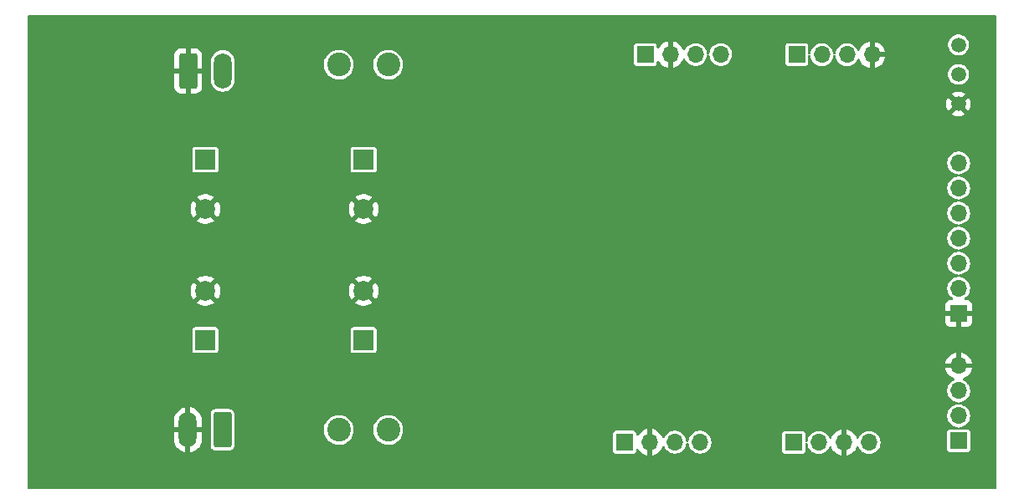
<source format=gbr>
%TF.GenerationSoftware,KiCad,Pcbnew,9.0.0*%
%TF.CreationDate,2025-04-23T22:05:31+03:00*%
%TF.ProjectId,LoRa,4c6f5261-2e6b-4696-9361-645f70636258,rev?*%
%TF.SameCoordinates,Original*%
%TF.FileFunction,Copper,L2,Bot*%
%TF.FilePolarity,Positive*%
%FSLAX46Y46*%
G04 Gerber Fmt 4.6, Leading zero omitted, Abs format (unit mm)*
G04 Created by KiCad (PCBNEW 9.0.0) date 2025-04-23 22:05:31*
%MOMM*%
%LPD*%
G01*
G04 APERTURE LIST*
G04 Aperture macros list*
%AMRoundRect*
0 Rectangle with rounded corners*
0 $1 Rounding radius*
0 $2 $3 $4 $5 $6 $7 $8 $9 X,Y pos of 4 corners*
0 Add a 4 corners polygon primitive as box body*
4,1,4,$2,$3,$4,$5,$6,$7,$8,$9,$2,$3,0*
0 Add four circle primitives for the rounded corners*
1,1,$1+$1,$2,$3*
1,1,$1+$1,$4,$5*
1,1,$1+$1,$6,$7*
1,1,$1+$1,$8,$9*
0 Add four rect primitives between the rounded corners*
20,1,$1+$1,$2,$3,$4,$5,0*
20,1,$1+$1,$4,$5,$6,$7,0*
20,1,$1+$1,$6,$7,$8,$9,0*
20,1,$1+$1,$8,$9,$2,$3,0*%
G04 Aperture macros list end*
%TA.AperFunction,ComponentPad*%
%ADD10R,1.700000X1.700000*%
%TD*%
%TA.AperFunction,ComponentPad*%
%ADD11O,1.700000X1.700000*%
%TD*%
%TA.AperFunction,ComponentPad*%
%ADD12RoundRect,0.250000X0.650000X1.550000X-0.650000X1.550000X-0.650000X-1.550000X0.650000X-1.550000X0*%
%TD*%
%TA.AperFunction,ComponentPad*%
%ADD13O,1.800000X3.600000*%
%TD*%
%TA.AperFunction,ComponentPad*%
%ADD14R,2.000000X2.000000*%
%TD*%
%TA.AperFunction,ComponentPad*%
%ADD15C,2.000000*%
%TD*%
%TA.AperFunction,ComponentPad*%
%ADD16RoundRect,0.250000X-0.650000X-1.550000X0.650000X-1.550000X0.650000X1.550000X-0.650000X1.550000X0*%
%TD*%
%TA.AperFunction,ComponentPad*%
%ADD17C,1.500000*%
%TD*%
%TA.AperFunction,ComponentPad*%
%ADD18C,2.400000*%
%TD*%
%TA.AperFunction,ViaPad*%
%ADD19C,0.600000*%
%TD*%
G04 APERTURE END LIST*
D10*
%TO.P,SWD1,1,Pin_1*%
%TO.N,+3.3V*%
X143800000Y-32000000D03*
D11*
%TO.P,SWD1,2,Pin_2*%
%TO.N,/SWDCLK*%
X146340000Y-32000000D03*
%TO.P,SWD1,3,Pin_3*%
%TO.N,/SWDIO*%
X148880000Y-32000000D03*
%TO.P,SWD1,4,Pin_4*%
%TO.N,GND*%
X151420000Y-32000000D03*
%TD*%
D10*
%TO.P,J4,1,Pin_1*%
%TO.N,+3.3V*%
X160175000Y-71120000D03*
D11*
%TO.P,J4,2,Pin_2*%
%TO.N,/Debug_Tx*%
X160175000Y-68580000D03*
%TO.P,J4,3,Pin_3*%
%TO.N,/Debug_Rx*%
X160175000Y-66040000D03*
%TO.P,J4,4,Pin_4*%
%TO.N,GND*%
X160175000Y-63500000D03*
%TD*%
D12*
%TO.P,J2,1,Pin_1*%
%TO.N,+5V_INPUT*%
X85732500Y-70000000D03*
D13*
%TO.P,J2,2,Pin_2*%
%TO.N,GND*%
X82232500Y-70000000D03*
%TD*%
D10*
%TO.P,pm2.5,1,Pin_1*%
%TO.N,+5V*%
X126400000Y-71250000D03*
D11*
%TO.P,pm2.5,2,Pin_2*%
%TO.N,GND*%
X128940000Y-71250000D03*
%TO.P,pm2.5,3,Pin_3*%
%TO.N,/mcu_pm_tx*%
X131480000Y-71250000D03*
%TO.P,pm2.5,4,Pin_4*%
%TO.N,/mcu__pm_rx*%
X134020000Y-71250000D03*
%TD*%
D14*
%TO.P,C5,1*%
%TO.N,+3.3V_INPUT*%
X84000000Y-42632323D03*
D15*
%TO.P,C5,2*%
%TO.N,GND*%
X84000000Y-47632323D03*
%TD*%
D14*
%TO.P,C10,1*%
%TO.N,+5V_INPUT*%
X84000000Y-60907677D03*
D15*
%TO.P,C10,2*%
%TO.N,GND*%
X84000000Y-55907677D03*
%TD*%
D10*
%TO.P,LoRa1,1,Pin_1*%
%TO.N,GND*%
X160175000Y-58200000D03*
D11*
%TO.P,LoRa1,2,Pin_2*%
%TO.N,+3.3V*%
X160175000Y-55660000D03*
%TO.P,LoRa1,3,Pin_3*%
%TO.N,/AUX*%
X160175000Y-53120000D03*
%TO.P,LoRa1,4,Pin_4*%
%TO.N,/mcu_LoRa_RX*%
X160175000Y-50580000D03*
%TO.P,LoRa1,5,Pin_5*%
%TO.N,/mcu_LoRa_TX*%
X160175000Y-48040000D03*
%TO.P,LoRa1,6,Pin_6*%
%TO.N,/M1*%
X160175000Y-45500000D03*
%TO.P,LoRa1,7,Pin_7*%
%TO.N,/M0*%
X160175000Y-42960000D03*
%TD*%
D16*
%TO.P,J1,1,Pin_1*%
%TO.N,GND*%
X82267500Y-33642500D03*
D13*
%TO.P,J1,2,Pin_2*%
%TO.N,+3.3V_INPUT*%
X85767500Y-33642500D03*
%TD*%
D17*
%TO.P,J5,1,Pin_1*%
%TO.N,GND*%
X160150000Y-37000000D03*
%TO.P,J5,2,Pin_2*%
%TO.N,/B0*%
X160150000Y-34000000D03*
%TO.P,J5,3,Pin_3*%
%TO.N,+3.3V*%
X160150000Y-31000000D03*
%TD*%
D14*
%TO.P,C13,1*%
%TO.N,+5V*%
X100000000Y-60907677D03*
D15*
%TO.P,C13,2*%
%TO.N,GND*%
X100000000Y-55907677D03*
%TD*%
D18*
%TO.P,L2,1,1*%
%TO.N,+5V_INPUT*%
X97500000Y-70000000D03*
%TO.P,L2,2,2*%
%TO.N,+5V*%
X102500000Y-70000000D03*
%TD*%
%TO.P,L1,1,1*%
%TO.N,+3.3V_INPUT*%
X97500000Y-33000000D03*
%TO.P,L1,2,2*%
%TO.N,+3.3V*%
X102500000Y-33000000D03*
%TD*%
D10*
%TO.P,SHT31,1,Pin_1*%
%TO.N,+3.3V*%
X128500000Y-31975000D03*
D11*
%TO.P,SHT31,2,Pin_2*%
%TO.N,GND*%
X131040000Y-31975000D03*
%TO.P,SHT31,3,Pin_3*%
%TO.N,/SHT31_SCL*%
X133580000Y-31975000D03*
%TO.P,SHT31,4,Pin_4*%
%TO.N,/SHT31_SDA*%
X136120000Y-31975000D03*
%TD*%
D14*
%TO.P,C6,1*%
%TO.N,+3.3V*%
X100000000Y-42632323D03*
D15*
%TO.P,C6,2*%
%TO.N,GND*%
X100000000Y-47632323D03*
%TD*%
D10*
%TO.P,J3,1,Pin_1*%
%TO.N,/CO_Enb*%
X143500000Y-71275000D03*
D11*
%TO.P,J3,2,Pin_2*%
%TO.N,/CO_ADC*%
X146040000Y-71275000D03*
%TO.P,J3,3,Pin_3*%
%TO.N,GND*%
X148580000Y-71275000D03*
%TO.P,J3,4,Pin_4*%
%TO.N,+5V*%
X151120000Y-71275000D03*
%TD*%
D19*
%TO.N,GND*%
X113500000Y-66750000D03*
X146000000Y-54000000D03*
X142500000Y-56250000D03*
X151250000Y-56000000D03*
X154000000Y-73250000D03*
X107500000Y-56250000D03*
X106250000Y-55000000D03*
X106250000Y-53750000D03*
X107500000Y-55000000D03*
X107500000Y-53750000D03*
X106250000Y-52500000D03*
X106250000Y-51250000D03*
X106250000Y-50000000D03*
X106250000Y-48750000D03*
X107500000Y-52500000D03*
X107500000Y-51250000D03*
X107500000Y-50000000D03*
X107500000Y-48750000D03*
X107500000Y-47500000D03*
X116000000Y-59000000D03*
X132000000Y-51500000D03*
X134000000Y-51500000D03*
X138000000Y-45000000D03*
X145500000Y-48000000D03*
X145250000Y-43250000D03*
X131250000Y-47250000D03*
X128750000Y-47000000D03*
X123000000Y-47250000D03*
X123000000Y-53250000D03*
X126750000Y-53000000D03*
X155750000Y-57750000D03*
X135750000Y-38750000D03*
X132500000Y-40750000D03*
X129250000Y-36750000D03*
X109750000Y-30000000D03*
X113000000Y-47750000D03*
X118750000Y-63750000D03*
X117000000Y-72750000D03*
X114250000Y-74250000D03*
%TD*%
%TA.AperFunction,Conductor*%
%TO.N,GND*%
G36*
X163942539Y-28020185D02*
G01*
X163988294Y-28072989D01*
X163999500Y-28124500D01*
X163999500Y-75875500D01*
X163979815Y-75942539D01*
X163927011Y-75988294D01*
X163875500Y-75999500D01*
X66124500Y-75999500D01*
X66057461Y-75979815D01*
X66011706Y-75927011D01*
X66000500Y-75875500D01*
X66000500Y-68989818D01*
X80832500Y-68989818D01*
X80832500Y-69750000D01*
X81684018Y-69750000D01*
X81673389Y-69768409D01*
X81632500Y-69921009D01*
X81632500Y-70078991D01*
X81673389Y-70231591D01*
X81684018Y-70250000D01*
X80832500Y-70250000D01*
X80832500Y-71010181D01*
X80866973Y-71227835D01*
X80935067Y-71437410D01*
X81035113Y-71633760D01*
X81164642Y-71812041D01*
X81320458Y-71967857D01*
X81498739Y-72097386D01*
X81695089Y-72197432D01*
X81904663Y-72265526D01*
X81982499Y-72277854D01*
X81982500Y-72277854D01*
X81982500Y-70548482D01*
X82000909Y-70559111D01*
X82153509Y-70600000D01*
X82311491Y-70600000D01*
X82464091Y-70559111D01*
X82482500Y-70548482D01*
X82482500Y-72277854D01*
X82560334Y-72265526D01*
X82560337Y-72265526D01*
X82769910Y-72197432D01*
X82966260Y-72097386D01*
X83144541Y-71967857D01*
X83300357Y-71812041D01*
X83429886Y-71633760D01*
X83529932Y-71437410D01*
X83598026Y-71227835D01*
X83632500Y-71010181D01*
X83632500Y-70250000D01*
X82780982Y-70250000D01*
X82791611Y-70231591D01*
X82832500Y-70078991D01*
X82832500Y-69921009D01*
X82791611Y-69768409D01*
X82780982Y-69750000D01*
X83632500Y-69750000D01*
X83632500Y-68989818D01*
X83598026Y-68772164D01*
X83529932Y-68562589D01*
X83477399Y-68459487D01*
X83450603Y-68406898D01*
X84532000Y-68406898D01*
X84532000Y-71593102D01*
X84537626Y-71639954D01*
X84542622Y-71681561D01*
X84598139Y-71822343D01*
X84689577Y-71942922D01*
X84810156Y-72034360D01*
X84810157Y-72034360D01*
X84810158Y-72034361D01*
X84950936Y-72089877D01*
X85039398Y-72100500D01*
X85039403Y-72100500D01*
X86425597Y-72100500D01*
X86425602Y-72100500D01*
X86514064Y-72089877D01*
X86654842Y-72034361D01*
X86775422Y-71942922D01*
X86866861Y-71822342D01*
X86922377Y-71681564D01*
X86933000Y-71593102D01*
X86933000Y-69881902D01*
X95999500Y-69881902D01*
X95999500Y-70118097D01*
X96036446Y-70351368D01*
X96109433Y-70575996D01*
X96203548Y-70760705D01*
X96216657Y-70786433D01*
X96355483Y-70977510D01*
X96522490Y-71144517D01*
X96713567Y-71283343D01*
X96812991Y-71334002D01*
X96924003Y-71390566D01*
X96924005Y-71390566D01*
X96924008Y-71390568D01*
X97044412Y-71429689D01*
X97148631Y-71463553D01*
X97381903Y-71500500D01*
X97381908Y-71500500D01*
X97618097Y-71500500D01*
X97851368Y-71463553D01*
X98075992Y-71390568D01*
X98286433Y-71283343D01*
X98477510Y-71144517D01*
X98644517Y-70977510D01*
X98783343Y-70786433D01*
X98890568Y-70575992D01*
X98963553Y-70351368D01*
X98966596Y-70332156D01*
X99000500Y-70118097D01*
X99000500Y-69881902D01*
X100999500Y-69881902D01*
X100999500Y-70118097D01*
X101036446Y-70351368D01*
X101109433Y-70575996D01*
X101203548Y-70760705D01*
X101216657Y-70786433D01*
X101355483Y-70977510D01*
X101522490Y-71144517D01*
X101713567Y-71283343D01*
X101812991Y-71334002D01*
X101924003Y-71390566D01*
X101924005Y-71390566D01*
X101924008Y-71390568D01*
X102044412Y-71429689D01*
X102148631Y-71463553D01*
X102381903Y-71500500D01*
X102381908Y-71500500D01*
X102618097Y-71500500D01*
X102851368Y-71463553D01*
X103075992Y-71390568D01*
X103286433Y-71283343D01*
X103477510Y-71144517D01*
X103644517Y-70977510D01*
X103783343Y-70786433D01*
X103890568Y-70575992D01*
X103962330Y-70355131D01*
X125249500Y-70355131D01*
X125249500Y-72144856D01*
X125249502Y-72144882D01*
X125252413Y-72169987D01*
X125252415Y-72169991D01*
X125297793Y-72272764D01*
X125297794Y-72272765D01*
X125377235Y-72352206D01*
X125480009Y-72397585D01*
X125505135Y-72400500D01*
X127294864Y-72400499D01*
X127294879Y-72400497D01*
X127294882Y-72400497D01*
X127319987Y-72397586D01*
X127319988Y-72397585D01*
X127319991Y-72397585D01*
X127422765Y-72352206D01*
X127502206Y-72272765D01*
X127547585Y-72169991D01*
X127550500Y-72144865D01*
X127550499Y-72013076D01*
X127570183Y-71946040D01*
X127622987Y-71900285D01*
X127692145Y-71890341D01*
X127755701Y-71919365D01*
X127782500Y-71953605D01*
X127782832Y-71953402D01*
X127784603Y-71956292D01*
X127784977Y-71956770D01*
X127785377Y-71957555D01*
X127910272Y-72129459D01*
X127910276Y-72129464D01*
X128060535Y-72279723D01*
X128060540Y-72279727D01*
X128232442Y-72404620D01*
X128421782Y-72501095D01*
X128623871Y-72566757D01*
X128690000Y-72577231D01*
X128690000Y-71683012D01*
X128747007Y-71715925D01*
X128874174Y-71750000D01*
X129005826Y-71750000D01*
X129132993Y-71715925D01*
X129190000Y-71683012D01*
X129190000Y-72577230D01*
X129256126Y-72566757D01*
X129256129Y-72566757D01*
X129458217Y-72501095D01*
X129647557Y-72404620D01*
X129819459Y-72279727D01*
X129819464Y-72279723D01*
X129969723Y-72129464D01*
X129969727Y-72129459D01*
X130094620Y-71957557D01*
X130191095Y-71768217D01*
X130200492Y-71739295D01*
X130239928Y-71681618D01*
X130304286Y-71654419D01*
X130373133Y-71666331D01*
X130424610Y-71713574D01*
X130428908Y-71721314D01*
X130496004Y-71852995D01*
X130602441Y-71999494D01*
X130602445Y-71999499D01*
X130730500Y-72127554D01*
X130730505Y-72127558D01*
X130858287Y-72220396D01*
X130877006Y-72233996D01*
X130953094Y-72272765D01*
X131038360Y-72316211D01*
X131038363Y-72316212D01*
X131115304Y-72341211D01*
X131210591Y-72372171D01*
X131293429Y-72385291D01*
X131389449Y-72400500D01*
X131389454Y-72400500D01*
X131570551Y-72400500D01*
X131657259Y-72386765D01*
X131749409Y-72372171D01*
X131921639Y-72316211D01*
X132082994Y-72233996D01*
X132229501Y-72127553D01*
X132357553Y-71999501D01*
X132463996Y-71852994D01*
X132546211Y-71691639D01*
X132602171Y-71519409D01*
X132616422Y-71429425D01*
X132627527Y-71359321D01*
X132657456Y-71296186D01*
X132716768Y-71259255D01*
X132786630Y-71260253D01*
X132844863Y-71298863D01*
X132872473Y-71359321D01*
X132897829Y-71519410D01*
X132953787Y-71691636D01*
X132953788Y-71691639D01*
X132996264Y-71775000D01*
X133020386Y-71822343D01*
X133036006Y-71852997D01*
X133142441Y-71999494D01*
X133142445Y-71999499D01*
X133270500Y-72127554D01*
X133270505Y-72127558D01*
X133398287Y-72220396D01*
X133417006Y-72233996D01*
X133493094Y-72272765D01*
X133578360Y-72316211D01*
X133578363Y-72316212D01*
X133655304Y-72341211D01*
X133750591Y-72372171D01*
X133833429Y-72385291D01*
X133929449Y-72400500D01*
X133929454Y-72400500D01*
X134110551Y-72400500D01*
X134197259Y-72386765D01*
X134289409Y-72372171D01*
X134461639Y-72316211D01*
X134622994Y-72233996D01*
X134769501Y-72127553D01*
X134897553Y-71999501D01*
X135003996Y-71852994D01*
X135086211Y-71691639D01*
X135142171Y-71519409D01*
X135156765Y-71427259D01*
X135170500Y-71340551D01*
X135170500Y-71159448D01*
X135154019Y-71055397D01*
X135142171Y-70980591D01*
X135091207Y-70823737D01*
X135086212Y-70808363D01*
X135086211Y-70808360D01*
X135047191Y-70731780D01*
X135003996Y-70647006D01*
X134961320Y-70588267D01*
X134897558Y-70500505D01*
X134897554Y-70500500D01*
X134777185Y-70380131D01*
X142349500Y-70380131D01*
X142349500Y-72169856D01*
X142349502Y-72169882D01*
X142352413Y-72194987D01*
X142352415Y-72194991D01*
X142397793Y-72297764D01*
X142397794Y-72297765D01*
X142477235Y-72377206D01*
X142580009Y-72422585D01*
X142605135Y-72425500D01*
X144394864Y-72425499D01*
X144394879Y-72425497D01*
X144394882Y-72425497D01*
X144419987Y-72422586D01*
X144419988Y-72422585D01*
X144419991Y-72422585D01*
X144522765Y-72377206D01*
X144602206Y-72297765D01*
X144647585Y-72194991D01*
X144650500Y-72169865D01*
X144650499Y-71432125D01*
X144670183Y-71365089D01*
X144722987Y-71319334D01*
X144792146Y-71309390D01*
X144855702Y-71338415D01*
X144893476Y-71397193D01*
X144896972Y-71412729D01*
X144917829Y-71544410D01*
X144973787Y-71716636D01*
X144973788Y-71716639D01*
X145022399Y-71812041D01*
X145043267Y-71852997D01*
X145056006Y-71877997D01*
X145162441Y-72024494D01*
X145162445Y-72024499D01*
X145290500Y-72152554D01*
X145290505Y-72152558D01*
X145402592Y-72233993D01*
X145437006Y-72258996D01*
X145513094Y-72297765D01*
X145598360Y-72341211D01*
X145598363Y-72341212D01*
X145684476Y-72369191D01*
X145770591Y-72397171D01*
X145853429Y-72410291D01*
X145949449Y-72425500D01*
X145949454Y-72425500D01*
X146130551Y-72425500D01*
X146217259Y-72411765D01*
X146309409Y-72397171D01*
X146481639Y-72341211D01*
X146642994Y-72258996D01*
X146789501Y-72152553D01*
X146917553Y-72024501D01*
X147023996Y-71877994D01*
X147091090Y-71746314D01*
X147139065Y-71695519D01*
X147206886Y-71678724D01*
X147273021Y-71701262D01*
X147316472Y-71755977D01*
X147319506Y-71764292D01*
X147328904Y-71793217D01*
X147425379Y-71982557D01*
X147550272Y-72154459D01*
X147550276Y-72154464D01*
X147700535Y-72304723D01*
X147700540Y-72304727D01*
X147872442Y-72429620D01*
X148061782Y-72526095D01*
X148263871Y-72591757D01*
X148330000Y-72602231D01*
X148330000Y-71708012D01*
X148387007Y-71740925D01*
X148514174Y-71775000D01*
X148645826Y-71775000D01*
X148772993Y-71740925D01*
X148830000Y-71708012D01*
X148830000Y-72602230D01*
X148896126Y-72591757D01*
X148896129Y-72591757D01*
X149098217Y-72526095D01*
X149287557Y-72429620D01*
X149459459Y-72304727D01*
X149459464Y-72304723D01*
X149609723Y-72154464D01*
X149609727Y-72154459D01*
X149734620Y-71982557D01*
X149831095Y-71793217D01*
X149840492Y-71764295D01*
X149879928Y-71706618D01*
X149944286Y-71679419D01*
X150013133Y-71691331D01*
X150064610Y-71738574D01*
X150068908Y-71746314D01*
X150136004Y-71877995D01*
X150242441Y-72024494D01*
X150242445Y-72024499D01*
X150370500Y-72152554D01*
X150370505Y-72152558D01*
X150482592Y-72233993D01*
X150517006Y-72258996D01*
X150593094Y-72297765D01*
X150678360Y-72341211D01*
X150678363Y-72341212D01*
X150764476Y-72369191D01*
X150850591Y-72397171D01*
X150933429Y-72410291D01*
X151029449Y-72425500D01*
X151029454Y-72425500D01*
X151210551Y-72425500D01*
X151297259Y-72411765D01*
X151389409Y-72397171D01*
X151561639Y-72341211D01*
X151722994Y-72258996D01*
X151869501Y-72152553D01*
X151997553Y-72024501D01*
X152103996Y-71877994D01*
X152186211Y-71716639D01*
X152242171Y-71544409D01*
X152259118Y-71437410D01*
X152270500Y-71365551D01*
X152270500Y-71184448D01*
X152250314Y-71057007D01*
X152242171Y-71005591D01*
X152198530Y-70871275D01*
X152186212Y-70833363D01*
X152186211Y-70833360D01*
X152143736Y-70750000D01*
X152103996Y-70672006D01*
X152051681Y-70600000D01*
X151997558Y-70525505D01*
X151997554Y-70525500D01*
X151869499Y-70397445D01*
X151869494Y-70397441D01*
X151722997Y-70291006D01*
X151722996Y-70291005D01*
X151722994Y-70291004D01*
X151646906Y-70252235D01*
X151561639Y-70208788D01*
X151561636Y-70208787D01*
X151389410Y-70152829D01*
X151210551Y-70124500D01*
X151210546Y-70124500D01*
X151029454Y-70124500D01*
X151029449Y-70124500D01*
X150850589Y-70152829D01*
X150678363Y-70208787D01*
X150678360Y-70208788D01*
X150517002Y-70291006D01*
X150370505Y-70397441D01*
X150370500Y-70397445D01*
X150242445Y-70525500D01*
X150242441Y-70525505D01*
X150136004Y-70672004D01*
X150068908Y-70803685D01*
X150020933Y-70854480D01*
X149953112Y-70871275D01*
X149886977Y-70848737D01*
X149843527Y-70794021D01*
X149840492Y-70785705D01*
X149831094Y-70756780D01*
X149734620Y-70567442D01*
X149609727Y-70395540D01*
X149609723Y-70395535D01*
X149459464Y-70245276D01*
X149459459Y-70245272D01*
X149287557Y-70120379D01*
X149098215Y-70023903D01*
X148896124Y-69958241D01*
X148830000Y-69947768D01*
X148830000Y-70841988D01*
X148772993Y-70809075D01*
X148645826Y-70775000D01*
X148514174Y-70775000D01*
X148387007Y-70809075D01*
X148330000Y-70841988D01*
X148330000Y-69947768D01*
X148329999Y-69947768D01*
X148263875Y-69958241D01*
X148061784Y-70023903D01*
X147872442Y-70120379D01*
X147700540Y-70245272D01*
X147700535Y-70245276D01*
X147550276Y-70395535D01*
X147550272Y-70395540D01*
X147425379Y-70567442D01*
X147328905Y-70756781D01*
X147319506Y-70785708D01*
X147280068Y-70843383D01*
X147215709Y-70870581D01*
X147146862Y-70858666D01*
X147095387Y-70811421D01*
X147091090Y-70803684D01*
X147063736Y-70750000D01*
X147023996Y-70672006D01*
X146971681Y-70600000D01*
X146917558Y-70525505D01*
X146917554Y-70525500D01*
X146789499Y-70397445D01*
X146789494Y-70397441D01*
X146642997Y-70291006D01*
X146642996Y-70291005D01*
X146642994Y-70291004D01*
X146566906Y-70252235D01*
X146481639Y-70208788D01*
X146481636Y-70208787D01*
X146309410Y-70152829D01*
X146130551Y-70124500D01*
X146130546Y-70124500D01*
X145949454Y-70124500D01*
X145949449Y-70124500D01*
X145770589Y-70152829D01*
X145598363Y-70208787D01*
X145598360Y-70208788D01*
X145437002Y-70291006D01*
X145290505Y-70397441D01*
X145290500Y-70397445D01*
X145162445Y-70525500D01*
X145162441Y-70525505D01*
X145056006Y-70672002D01*
X144973788Y-70833360D01*
X144973787Y-70833363D01*
X144917829Y-71005589D01*
X144896972Y-71137271D01*
X144867042Y-71200405D01*
X144807731Y-71237336D01*
X144737868Y-71236338D01*
X144679636Y-71197728D01*
X144651522Y-71133764D01*
X144650499Y-71117872D01*
X144650499Y-70380143D01*
X144650499Y-70380136D01*
X144650497Y-70380117D01*
X144647586Y-70355012D01*
X144647585Y-70355010D01*
X144647585Y-70355009D01*
X144602206Y-70252235D01*
X144522765Y-70172794D01*
X144522763Y-70172793D01*
X144419992Y-70127415D01*
X144394865Y-70124500D01*
X142605143Y-70124500D01*
X142605117Y-70124502D01*
X142580012Y-70127413D01*
X142580008Y-70127415D01*
X142477235Y-70172793D01*
X142397794Y-70252234D01*
X142352415Y-70355006D01*
X142352415Y-70355008D01*
X142349500Y-70380131D01*
X134777185Y-70380131D01*
X134769499Y-70372445D01*
X134769494Y-70372441D01*
X134622997Y-70266006D01*
X134622996Y-70266005D01*
X134622994Y-70266004D01*
X134546906Y-70227235D01*
X134461639Y-70183788D01*
X134461636Y-70183787D01*
X134289410Y-70127829D01*
X134110551Y-70099500D01*
X134110546Y-70099500D01*
X133929454Y-70099500D01*
X133929449Y-70099500D01*
X133750589Y-70127829D01*
X133578363Y-70183787D01*
X133578360Y-70183788D01*
X133417002Y-70266006D01*
X133270505Y-70372441D01*
X133270500Y-70372445D01*
X133142445Y-70500500D01*
X133142441Y-70500505D01*
X133036006Y-70647002D01*
X132953788Y-70808360D01*
X132953787Y-70808363D01*
X132897829Y-70980589D01*
X132872473Y-71140678D01*
X132842544Y-71203813D01*
X132783232Y-71240744D01*
X132713369Y-71239746D01*
X132655137Y-71201136D01*
X132627527Y-71140678D01*
X132613740Y-71053639D01*
X132602171Y-70980591D01*
X132551207Y-70823737D01*
X132546212Y-70808363D01*
X132546211Y-70808360D01*
X132507191Y-70731780D01*
X132463996Y-70647006D01*
X132421320Y-70588267D01*
X132357558Y-70500505D01*
X132357554Y-70500500D01*
X132229499Y-70372445D01*
X132229494Y-70372441D01*
X132082997Y-70266006D01*
X132082996Y-70266005D01*
X132082994Y-70266004D01*
X132006906Y-70227235D01*
X131921639Y-70183788D01*
X131921636Y-70183787D01*
X131749410Y-70127829D01*
X131570551Y-70099500D01*
X131570546Y-70099500D01*
X131389454Y-70099500D01*
X131389449Y-70099500D01*
X131210589Y-70127829D01*
X131038363Y-70183787D01*
X131038360Y-70183788D01*
X130877002Y-70266006D01*
X130730505Y-70372441D01*
X130730500Y-70372445D01*
X130602445Y-70500500D01*
X130602441Y-70500505D01*
X130496004Y-70647004D01*
X130428908Y-70778685D01*
X130380933Y-70829480D01*
X130313112Y-70846275D01*
X130246977Y-70823737D01*
X130203527Y-70769021D01*
X130200492Y-70760705D01*
X130191094Y-70731780D01*
X130094620Y-70542442D01*
X129969727Y-70370540D01*
X129969723Y-70370535D01*
X129819464Y-70220276D01*
X129819459Y-70220272D01*
X129647557Y-70095379D01*
X129458215Y-69998903D01*
X129256124Y-69933241D01*
X129190000Y-69922768D01*
X129190000Y-70816988D01*
X129132993Y-70784075D01*
X129005826Y-70750000D01*
X128874174Y-70750000D01*
X128747007Y-70784075D01*
X128690000Y-70816988D01*
X128690000Y-69922768D01*
X128689999Y-69922768D01*
X128623875Y-69933241D01*
X128421784Y-69998903D01*
X128232442Y-70095379D01*
X128060540Y-70220272D01*
X128060535Y-70220276D01*
X127910276Y-70370535D01*
X127910272Y-70370540D01*
X127785376Y-70542445D01*
X127784981Y-70543222D01*
X127784752Y-70543463D01*
X127782832Y-70546598D01*
X127782173Y-70546194D01*
X127737004Y-70594016D01*
X127669183Y-70610808D01*
X127603049Y-70588267D01*
X127559600Y-70533550D01*
X127550499Y-70486922D01*
X127550499Y-70355143D01*
X127550499Y-70355136D01*
X127550062Y-70351368D01*
X127547586Y-70330012D01*
X127547585Y-70330010D01*
X127547585Y-70330009D01*
X127502206Y-70227235D01*
X127422765Y-70147794D01*
X127422763Y-70147793D01*
X127319992Y-70102415D01*
X127294865Y-70099500D01*
X125505143Y-70099500D01*
X125505117Y-70099502D01*
X125480012Y-70102413D01*
X125480008Y-70102415D01*
X125377235Y-70147793D01*
X125297794Y-70227234D01*
X125252415Y-70330006D01*
X125252415Y-70330008D01*
X125249500Y-70355131D01*
X103962330Y-70355131D01*
X103963553Y-70351368D01*
X103966596Y-70332156D01*
X104000500Y-70118097D01*
X104000500Y-69881902D01*
X103963553Y-69648631D01*
X103890566Y-69424003D01*
X103783342Y-69213566D01*
X103644517Y-69022490D01*
X103477510Y-68855483D01*
X103286433Y-68716657D01*
X103075996Y-68609433D01*
X102851368Y-68536446D01*
X102618097Y-68499500D01*
X102618092Y-68499500D01*
X102381908Y-68499500D01*
X102381903Y-68499500D01*
X102148631Y-68536446D01*
X101924003Y-68609433D01*
X101713566Y-68716657D01*
X101637168Y-68772164D01*
X101522490Y-68855483D01*
X101522488Y-68855485D01*
X101522487Y-68855485D01*
X101355485Y-69022487D01*
X101355485Y-69022488D01*
X101355483Y-69022490D01*
X101295862Y-69104550D01*
X101216657Y-69213566D01*
X101109433Y-69424003D01*
X101036446Y-69648631D01*
X100999500Y-69881902D01*
X99000500Y-69881902D01*
X98963553Y-69648631D01*
X98890566Y-69424003D01*
X98783342Y-69213566D01*
X98644517Y-69022490D01*
X98477510Y-68855483D01*
X98286433Y-68716657D01*
X98075996Y-68609433D01*
X97851368Y-68536446D01*
X97618097Y-68499500D01*
X97618092Y-68499500D01*
X97381908Y-68499500D01*
X97381903Y-68499500D01*
X97148631Y-68536446D01*
X96924003Y-68609433D01*
X96713566Y-68716657D01*
X96637168Y-68772164D01*
X96522490Y-68855483D01*
X96522488Y-68855485D01*
X96522487Y-68855485D01*
X96355485Y-69022487D01*
X96355485Y-69022488D01*
X96355483Y-69022490D01*
X96295862Y-69104550D01*
X96216657Y-69213566D01*
X96109433Y-69424003D01*
X96036446Y-69648631D01*
X95999500Y-69881902D01*
X86933000Y-69881902D01*
X86933000Y-68406898D01*
X86922377Y-68318436D01*
X86866861Y-68177658D01*
X86866860Y-68177657D01*
X86866860Y-68177656D01*
X86775422Y-68057077D01*
X86654843Y-67965639D01*
X86514061Y-67910122D01*
X86468426Y-67904642D01*
X86425602Y-67899500D01*
X85039398Y-67899500D01*
X85000353Y-67904188D01*
X84950938Y-67910122D01*
X84810156Y-67965639D01*
X84689577Y-68057077D01*
X84598139Y-68177656D01*
X84542622Y-68318438D01*
X84536883Y-68366239D01*
X84532000Y-68406898D01*
X83450603Y-68406898D01*
X83429886Y-68366239D01*
X83300357Y-68187958D01*
X83144541Y-68032142D01*
X82966260Y-67902613D01*
X82769910Y-67802567D01*
X82560336Y-67734473D01*
X82482500Y-67722144D01*
X82482500Y-69451517D01*
X82464091Y-69440889D01*
X82311491Y-69400000D01*
X82153509Y-69400000D01*
X82000909Y-69440889D01*
X81982500Y-69451517D01*
X81982500Y-67722144D01*
X81904664Y-67734473D01*
X81904661Y-67734473D01*
X81695089Y-67802567D01*
X81498739Y-67902613D01*
X81320458Y-68032142D01*
X81164642Y-68187958D01*
X81035113Y-68366239D01*
X80935067Y-68562589D01*
X80866973Y-68772164D01*
X80832500Y-68989818D01*
X66000500Y-68989818D01*
X66000500Y-63250000D01*
X158847769Y-63250000D01*
X159741988Y-63250000D01*
X159709075Y-63307007D01*
X159675000Y-63434174D01*
X159675000Y-63565826D01*
X159709075Y-63692993D01*
X159741988Y-63750000D01*
X158847769Y-63750000D01*
X158858242Y-63816126D01*
X158858242Y-63816129D01*
X158923904Y-64018217D01*
X159020379Y-64207557D01*
X159145272Y-64379459D01*
X159145276Y-64379464D01*
X159295535Y-64529723D01*
X159295540Y-64529727D01*
X159467442Y-64654620D01*
X159656780Y-64751094D01*
X159685705Y-64760492D01*
X159743381Y-64799929D01*
X159770580Y-64864287D01*
X159758667Y-64933134D01*
X159711424Y-64984610D01*
X159703685Y-64988908D01*
X159572004Y-65056004D01*
X159425505Y-65162441D01*
X159425500Y-65162445D01*
X159297445Y-65290500D01*
X159297441Y-65290505D01*
X159191006Y-65437002D01*
X159108788Y-65598360D01*
X159108787Y-65598363D01*
X159052829Y-65770589D01*
X159024500Y-65949448D01*
X159024500Y-66130551D01*
X159052829Y-66309410D01*
X159108787Y-66481636D01*
X159108788Y-66481639D01*
X159191006Y-66642997D01*
X159297441Y-66789494D01*
X159297445Y-66789499D01*
X159425500Y-66917554D01*
X159425505Y-66917558D01*
X159553287Y-67010396D01*
X159572006Y-67023996D01*
X159677484Y-67077740D01*
X159733360Y-67106211D01*
X159733363Y-67106212D01*
X159819476Y-67134191D01*
X159905591Y-67162171D01*
X159978639Y-67173740D01*
X160065678Y-67187527D01*
X160128813Y-67217456D01*
X160165744Y-67276768D01*
X160164746Y-67346631D01*
X160126136Y-67404863D01*
X160065678Y-67432473D01*
X159905589Y-67457829D01*
X159733363Y-67513787D01*
X159733360Y-67513788D01*
X159572002Y-67596006D01*
X159425505Y-67702441D01*
X159425500Y-67702445D01*
X159297445Y-67830500D01*
X159297441Y-67830505D01*
X159191006Y-67977002D01*
X159108788Y-68138360D01*
X159108787Y-68138363D01*
X159052829Y-68310589D01*
X159024500Y-68489448D01*
X159024500Y-68670551D01*
X159052829Y-68849410D01*
X159108787Y-69021636D01*
X159108788Y-69021639D01*
X159191006Y-69182997D01*
X159297441Y-69329494D01*
X159297445Y-69329499D01*
X159425500Y-69457554D01*
X159425505Y-69457558D01*
X159553287Y-69550396D01*
X159572006Y-69563996D01*
X159677484Y-69617740D01*
X159733360Y-69646211D01*
X159733363Y-69646212D01*
X159819476Y-69674191D01*
X159905591Y-69702171D01*
X160009716Y-69718662D01*
X160037270Y-69723027D01*
X160100405Y-69752956D01*
X160137336Y-69812268D01*
X160136338Y-69882130D01*
X160097728Y-69940363D01*
X160033765Y-69968477D01*
X160017872Y-69969500D01*
X159280143Y-69969500D01*
X159280117Y-69969502D01*
X159255012Y-69972413D01*
X159255008Y-69972415D01*
X159152235Y-70017793D01*
X159072794Y-70097234D01*
X159027415Y-70200006D01*
X159027415Y-70200008D01*
X159024500Y-70225131D01*
X159024500Y-72014856D01*
X159024502Y-72014882D01*
X159027413Y-72039987D01*
X159027415Y-72039991D01*
X159072793Y-72142764D01*
X159072794Y-72142765D01*
X159152235Y-72222206D01*
X159255009Y-72267585D01*
X159280135Y-72270500D01*
X161069864Y-72270499D01*
X161069879Y-72270497D01*
X161069882Y-72270497D01*
X161094987Y-72267586D01*
X161094988Y-72267585D01*
X161094991Y-72267585D01*
X161197765Y-72222206D01*
X161277206Y-72142765D01*
X161322585Y-72039991D01*
X161325500Y-72014865D01*
X161325499Y-70225136D01*
X161325497Y-70225117D01*
X161322586Y-70200012D01*
X161322585Y-70200010D01*
X161322585Y-70200009D01*
X161277206Y-70097235D01*
X161197765Y-70017794D01*
X161154981Y-69998903D01*
X161094992Y-69972415D01*
X161069868Y-69969500D01*
X160332128Y-69969500D01*
X160265089Y-69949815D01*
X160219334Y-69897011D01*
X160209390Y-69827853D01*
X160238415Y-69764297D01*
X160297193Y-69726523D01*
X160312730Y-69723027D01*
X160336014Y-69719338D01*
X160444409Y-69702171D01*
X160616639Y-69646211D01*
X160777994Y-69563996D01*
X160924501Y-69457553D01*
X161052553Y-69329501D01*
X161158996Y-69182994D01*
X161241211Y-69021639D01*
X161297171Y-68849409D01*
X161318197Y-68716657D01*
X161325500Y-68670551D01*
X161325500Y-68489448D01*
X161305985Y-68366239D01*
X161297171Y-68310591D01*
X161241211Y-68138361D01*
X161241211Y-68138360D01*
X161187089Y-68032142D01*
X161158996Y-67977006D01*
X161102685Y-67899500D01*
X161052558Y-67830505D01*
X161052554Y-67830500D01*
X160924499Y-67702445D01*
X160924494Y-67702441D01*
X160777997Y-67596006D01*
X160777996Y-67596005D01*
X160777994Y-67596004D01*
X160726300Y-67569664D01*
X160616639Y-67513788D01*
X160616636Y-67513787D01*
X160444410Y-67457829D01*
X160284321Y-67432473D01*
X160221186Y-67402544D01*
X160184255Y-67343232D01*
X160185253Y-67273370D01*
X160223863Y-67215137D01*
X160284321Y-67187527D01*
X160354425Y-67176422D01*
X160444409Y-67162171D01*
X160616639Y-67106211D01*
X160777994Y-67023996D01*
X160924501Y-66917553D01*
X161052553Y-66789501D01*
X161158996Y-66642994D01*
X161241211Y-66481639D01*
X161297171Y-66309409D01*
X161311765Y-66217259D01*
X161325500Y-66130551D01*
X161325500Y-65949448D01*
X161309019Y-65845397D01*
X161297171Y-65770591D01*
X161241211Y-65598361D01*
X161241211Y-65598360D01*
X161212740Y-65542484D01*
X161158996Y-65437006D01*
X161145396Y-65418287D01*
X161052558Y-65290505D01*
X161052554Y-65290500D01*
X160924499Y-65162445D01*
X160924494Y-65162441D01*
X160777995Y-65056004D01*
X160646314Y-64988908D01*
X160595519Y-64940934D01*
X160578724Y-64873113D01*
X160601262Y-64806978D01*
X160655977Y-64763527D01*
X160664295Y-64760492D01*
X160693217Y-64751095D01*
X160882557Y-64654620D01*
X161054459Y-64529727D01*
X161054464Y-64529723D01*
X161204723Y-64379464D01*
X161204727Y-64379459D01*
X161329620Y-64207557D01*
X161426095Y-64018217D01*
X161491757Y-63816129D01*
X161491757Y-63816126D01*
X161502231Y-63750000D01*
X160608012Y-63750000D01*
X160640925Y-63692993D01*
X160675000Y-63565826D01*
X160675000Y-63434174D01*
X160640925Y-63307007D01*
X160608012Y-63250000D01*
X161502231Y-63250000D01*
X161491757Y-63183873D01*
X161491757Y-63183870D01*
X161426095Y-62981782D01*
X161329620Y-62792442D01*
X161204727Y-62620540D01*
X161204723Y-62620535D01*
X161054464Y-62470276D01*
X161054459Y-62470272D01*
X160882557Y-62345379D01*
X160693215Y-62248903D01*
X160491124Y-62183241D01*
X160425000Y-62172768D01*
X160425000Y-63066988D01*
X160367993Y-63034075D01*
X160240826Y-63000000D01*
X160109174Y-63000000D01*
X159982007Y-63034075D01*
X159925000Y-63066988D01*
X159925000Y-62172768D01*
X159924999Y-62172768D01*
X159858875Y-62183241D01*
X159656784Y-62248903D01*
X159467442Y-62345379D01*
X159295540Y-62470272D01*
X159295535Y-62470276D01*
X159145276Y-62620535D01*
X159145272Y-62620540D01*
X159020379Y-62792442D01*
X158923904Y-62981782D01*
X158858242Y-63183870D01*
X158858242Y-63183873D01*
X158847769Y-63250000D01*
X66000500Y-63250000D01*
X66000500Y-59862808D01*
X82699500Y-59862808D01*
X82699500Y-61952533D01*
X82699502Y-61952559D01*
X82702413Y-61977664D01*
X82702415Y-61977668D01*
X82747793Y-62080441D01*
X82747794Y-62080442D01*
X82827235Y-62159883D01*
X82930009Y-62205262D01*
X82955135Y-62208177D01*
X85044864Y-62208176D01*
X85044879Y-62208174D01*
X85044882Y-62208174D01*
X85069987Y-62205263D01*
X85069988Y-62205262D01*
X85069991Y-62205262D01*
X85172765Y-62159883D01*
X85252206Y-62080442D01*
X85297585Y-61977668D01*
X85300500Y-61952542D01*
X85300499Y-59862813D01*
X85300499Y-59862812D01*
X85300499Y-59862808D01*
X98699500Y-59862808D01*
X98699500Y-61952533D01*
X98699502Y-61952559D01*
X98702413Y-61977664D01*
X98702415Y-61977668D01*
X98747793Y-62080441D01*
X98747794Y-62080442D01*
X98827235Y-62159883D01*
X98930009Y-62205262D01*
X98955135Y-62208177D01*
X101044864Y-62208176D01*
X101044879Y-62208174D01*
X101044882Y-62208174D01*
X101069987Y-62205263D01*
X101069988Y-62205262D01*
X101069991Y-62205262D01*
X101172765Y-62159883D01*
X101252206Y-62080442D01*
X101297585Y-61977668D01*
X101300500Y-61952542D01*
X101300499Y-59862813D01*
X101300497Y-59862794D01*
X101297586Y-59837689D01*
X101297585Y-59837687D01*
X101297585Y-59837686D01*
X101252206Y-59734912D01*
X101172765Y-59655471D01*
X101172763Y-59655470D01*
X101069992Y-59610092D01*
X101044865Y-59607177D01*
X98955143Y-59607177D01*
X98955117Y-59607179D01*
X98930012Y-59610090D01*
X98930008Y-59610092D01*
X98827235Y-59655470D01*
X98747794Y-59734911D01*
X98702415Y-59837683D01*
X98702415Y-59837685D01*
X98699500Y-59862808D01*
X85300499Y-59862808D01*
X85300499Y-59862807D01*
X85297586Y-59837689D01*
X85297585Y-59837687D01*
X85297585Y-59837686D01*
X85252206Y-59734912D01*
X85172765Y-59655471D01*
X85172763Y-59655470D01*
X85069992Y-59610092D01*
X85044865Y-59607177D01*
X82955143Y-59607177D01*
X82955117Y-59607179D01*
X82930012Y-59610090D01*
X82930008Y-59610092D01*
X82827235Y-59655470D01*
X82747794Y-59734911D01*
X82702415Y-59837683D01*
X82702415Y-59837685D01*
X82699500Y-59862808D01*
X66000500Y-59862808D01*
X66000500Y-55789624D01*
X82500000Y-55789624D01*
X82500000Y-56025729D01*
X82536934Y-56258924D01*
X82609897Y-56483479D01*
X82717087Y-56693851D01*
X82777338Y-56776781D01*
X82777340Y-56776782D01*
X83517037Y-56037085D01*
X83534075Y-56100670D01*
X83599901Y-56214684D01*
X83692993Y-56307776D01*
X83807007Y-56373602D01*
X83870590Y-56390639D01*
X83130893Y-57130335D01*
X83213828Y-57190591D01*
X83424197Y-57297779D01*
X83648752Y-57370742D01*
X83648751Y-57370742D01*
X83881948Y-57407677D01*
X84118052Y-57407677D01*
X84351247Y-57370742D01*
X84575802Y-57297779D01*
X84786163Y-57190595D01*
X84786169Y-57190591D01*
X84869104Y-57130335D01*
X84869105Y-57130335D01*
X84129408Y-56390639D01*
X84192993Y-56373602D01*
X84307007Y-56307776D01*
X84400099Y-56214684D01*
X84465925Y-56100670D01*
X84482962Y-56037086D01*
X85222658Y-56776782D01*
X85222658Y-56776781D01*
X85282914Y-56693846D01*
X85282918Y-56693840D01*
X85390102Y-56483479D01*
X85463065Y-56258924D01*
X85500000Y-56025729D01*
X85500000Y-55789624D01*
X98500000Y-55789624D01*
X98500000Y-56025729D01*
X98536934Y-56258924D01*
X98609897Y-56483479D01*
X98717087Y-56693851D01*
X98777338Y-56776781D01*
X98777340Y-56776782D01*
X99517037Y-56037085D01*
X99534075Y-56100670D01*
X99599901Y-56214684D01*
X99692993Y-56307776D01*
X99807007Y-56373602D01*
X99870590Y-56390639D01*
X99130893Y-57130335D01*
X99213828Y-57190591D01*
X99424197Y-57297779D01*
X99648752Y-57370742D01*
X99648751Y-57370742D01*
X99881948Y-57407677D01*
X100118052Y-57407677D01*
X100351247Y-57370742D01*
X100562334Y-57302155D01*
X158825000Y-57302155D01*
X158825000Y-57950000D01*
X159741988Y-57950000D01*
X159709075Y-58007007D01*
X159675000Y-58134174D01*
X159675000Y-58265826D01*
X159709075Y-58392993D01*
X159741988Y-58450000D01*
X158825000Y-58450000D01*
X158825000Y-59097844D01*
X158831401Y-59157372D01*
X158831403Y-59157379D01*
X158881645Y-59292086D01*
X158881649Y-59292093D01*
X158967809Y-59407187D01*
X158967812Y-59407190D01*
X159082906Y-59493350D01*
X159082913Y-59493354D01*
X159217620Y-59543596D01*
X159217627Y-59543598D01*
X159277155Y-59549999D01*
X159277172Y-59550000D01*
X159925000Y-59550000D01*
X159925000Y-58633012D01*
X159982007Y-58665925D01*
X160109174Y-58700000D01*
X160240826Y-58700000D01*
X160367993Y-58665925D01*
X160425000Y-58633012D01*
X160425000Y-59550000D01*
X161072828Y-59550000D01*
X161072844Y-59549999D01*
X161132372Y-59543598D01*
X161132379Y-59543596D01*
X161267086Y-59493354D01*
X161267093Y-59493350D01*
X161382187Y-59407190D01*
X161382190Y-59407187D01*
X161468350Y-59292093D01*
X161468354Y-59292086D01*
X161518596Y-59157379D01*
X161518598Y-59157372D01*
X161524999Y-59097844D01*
X161525000Y-59097827D01*
X161525000Y-58450000D01*
X160608012Y-58450000D01*
X160640925Y-58392993D01*
X160675000Y-58265826D01*
X160675000Y-58134174D01*
X160640925Y-58007007D01*
X160608012Y-57950000D01*
X161525000Y-57950000D01*
X161525000Y-57302172D01*
X161524999Y-57302155D01*
X161518598Y-57242627D01*
X161518596Y-57242620D01*
X161468354Y-57107913D01*
X161468350Y-57107906D01*
X161382190Y-56992812D01*
X161382187Y-56992809D01*
X161267093Y-56906649D01*
X161267086Y-56906645D01*
X161132379Y-56856403D01*
X161132372Y-56856401D01*
X161072844Y-56850000D01*
X160876087Y-56850000D01*
X160809048Y-56830315D01*
X160763293Y-56777511D01*
X160753349Y-56708353D01*
X160782374Y-56644797D01*
X160803202Y-56625682D01*
X160924495Y-56537558D01*
X160924497Y-56537555D01*
X160924501Y-56537553D01*
X161052553Y-56409501D01*
X161158996Y-56262994D01*
X161241211Y-56101639D01*
X161297171Y-55929409D01*
X161319311Y-55789624D01*
X161325500Y-55750551D01*
X161325500Y-55569448D01*
X161299877Y-55407677D01*
X161297171Y-55390591D01*
X161241211Y-55218361D01*
X161241211Y-55218360D01*
X161191860Y-55121505D01*
X161158996Y-55057006D01*
X161145396Y-55038287D01*
X161052558Y-54910505D01*
X161052554Y-54910500D01*
X160924499Y-54782445D01*
X160924494Y-54782441D01*
X160777997Y-54676006D01*
X160777996Y-54676005D01*
X160777994Y-54676004D01*
X160726300Y-54649664D01*
X160616639Y-54593788D01*
X160616636Y-54593787D01*
X160444410Y-54537829D01*
X160284321Y-54512473D01*
X160221186Y-54482544D01*
X160184255Y-54423232D01*
X160185253Y-54353370D01*
X160223863Y-54295137D01*
X160284321Y-54267527D01*
X160354425Y-54256422D01*
X160444409Y-54242171D01*
X160616639Y-54186211D01*
X160777994Y-54103996D01*
X160924501Y-53997553D01*
X161052553Y-53869501D01*
X161158996Y-53722994D01*
X161241211Y-53561639D01*
X161297171Y-53389409D01*
X161311765Y-53297259D01*
X161325500Y-53210551D01*
X161325500Y-53029448D01*
X161309019Y-52925397D01*
X161297171Y-52850591D01*
X161241211Y-52678361D01*
X161241211Y-52678360D01*
X161212740Y-52622484D01*
X161158996Y-52517006D01*
X161145396Y-52498287D01*
X161052558Y-52370505D01*
X161052554Y-52370500D01*
X160924499Y-52242445D01*
X160924494Y-52242441D01*
X160777997Y-52136006D01*
X160777996Y-52136005D01*
X160777994Y-52136004D01*
X160726300Y-52109664D01*
X160616639Y-52053788D01*
X160616636Y-52053787D01*
X160444410Y-51997829D01*
X160284321Y-51972473D01*
X160221186Y-51942544D01*
X160184255Y-51883232D01*
X160185253Y-51813370D01*
X160223863Y-51755137D01*
X160284321Y-51727527D01*
X160354425Y-51716422D01*
X160444409Y-51702171D01*
X160616639Y-51646211D01*
X160777994Y-51563996D01*
X160924501Y-51457553D01*
X161052553Y-51329501D01*
X161158996Y-51182994D01*
X161241211Y-51021639D01*
X161297171Y-50849409D01*
X161311765Y-50757259D01*
X161325500Y-50670551D01*
X161325500Y-50489448D01*
X161309019Y-50385397D01*
X161297171Y-50310591D01*
X161241211Y-50138361D01*
X161241211Y-50138360D01*
X161212740Y-50082484D01*
X161158996Y-49977006D01*
X161145396Y-49958287D01*
X161052558Y-49830505D01*
X161052554Y-49830500D01*
X160924499Y-49702445D01*
X160924494Y-49702441D01*
X160777997Y-49596006D01*
X160777996Y-49596005D01*
X160777994Y-49596004D01*
X160726300Y-49569664D01*
X160616639Y-49513788D01*
X160616636Y-49513787D01*
X160444410Y-49457829D01*
X160284321Y-49432473D01*
X160221186Y-49402544D01*
X160184255Y-49343232D01*
X160185253Y-49273370D01*
X160223863Y-49215137D01*
X160284321Y-49187527D01*
X160354425Y-49176422D01*
X160444409Y-49162171D01*
X160616639Y-49106211D01*
X160777994Y-49023996D01*
X160924501Y-48917553D01*
X161052553Y-48789501D01*
X161158996Y-48642994D01*
X161241211Y-48481639D01*
X161297171Y-48309409D01*
X161325219Y-48132323D01*
X161325500Y-48130551D01*
X161325500Y-47949448D01*
X161309019Y-47845397D01*
X161297171Y-47770591D01*
X161252246Y-47632323D01*
X161241212Y-47598363D01*
X161241211Y-47598360D01*
X161198364Y-47514270D01*
X161158996Y-47437006D01*
X161077849Y-47325316D01*
X161052558Y-47290505D01*
X161052554Y-47290500D01*
X160924499Y-47162445D01*
X160924494Y-47162441D01*
X160777997Y-47056006D01*
X160777996Y-47056005D01*
X160777994Y-47056004D01*
X160726300Y-47029664D01*
X160616639Y-46973788D01*
X160616636Y-46973787D01*
X160444410Y-46917829D01*
X160284321Y-46892473D01*
X160221186Y-46862544D01*
X160184255Y-46803232D01*
X160185253Y-46733370D01*
X160223863Y-46675137D01*
X160284321Y-46647527D01*
X160354425Y-46636422D01*
X160444409Y-46622171D01*
X160616639Y-46566211D01*
X160777994Y-46483996D01*
X160924501Y-46377553D01*
X161052553Y-46249501D01*
X161158996Y-46102994D01*
X161241211Y-45941639D01*
X161297171Y-45769409D01*
X161311765Y-45677259D01*
X161325500Y-45590551D01*
X161325500Y-45409448D01*
X161309019Y-45305397D01*
X161297171Y-45230591D01*
X161241211Y-45058361D01*
X161241211Y-45058360D01*
X161212740Y-45002484D01*
X161158996Y-44897006D01*
X161145396Y-44878287D01*
X161052558Y-44750505D01*
X161052554Y-44750500D01*
X160924499Y-44622445D01*
X160924494Y-44622441D01*
X160777997Y-44516006D01*
X160777996Y-44516005D01*
X160777994Y-44516004D01*
X160726300Y-44489664D01*
X160616639Y-44433788D01*
X160616636Y-44433787D01*
X160444410Y-44377829D01*
X160284321Y-44352473D01*
X160221186Y-44322544D01*
X160184255Y-44263232D01*
X160185253Y-44193370D01*
X160223863Y-44135137D01*
X160284321Y-44107527D01*
X160354425Y-44096422D01*
X160444409Y-44082171D01*
X160616639Y-44026211D01*
X160777994Y-43943996D01*
X160924501Y-43837553D01*
X161052553Y-43709501D01*
X161158996Y-43562994D01*
X161241211Y-43401639D01*
X161297171Y-43229409D01*
X161311765Y-43137259D01*
X161325500Y-43050551D01*
X161325500Y-42869448D01*
X161309019Y-42765397D01*
X161297171Y-42690591D01*
X161241211Y-42518361D01*
X161241211Y-42518360D01*
X161212740Y-42462484D01*
X161158996Y-42357006D01*
X161145396Y-42338287D01*
X161052558Y-42210505D01*
X161052554Y-42210500D01*
X160924499Y-42082445D01*
X160924494Y-42082441D01*
X160777997Y-41976006D01*
X160777996Y-41976005D01*
X160777994Y-41976004D01*
X160726300Y-41949664D01*
X160616639Y-41893788D01*
X160616636Y-41893787D01*
X160444410Y-41837829D01*
X160265551Y-41809500D01*
X160265546Y-41809500D01*
X160084454Y-41809500D01*
X160084449Y-41809500D01*
X159905589Y-41837829D01*
X159733363Y-41893787D01*
X159733360Y-41893788D01*
X159572002Y-41976006D01*
X159425505Y-42082441D01*
X159425500Y-42082445D01*
X159297445Y-42210500D01*
X159297441Y-42210505D01*
X159191006Y-42357002D01*
X159108788Y-42518360D01*
X159108787Y-42518363D01*
X159052829Y-42690589D01*
X159024500Y-42869448D01*
X159024500Y-43050551D01*
X159052829Y-43229410D01*
X159108787Y-43401636D01*
X159108788Y-43401639D01*
X159191006Y-43562997D01*
X159297441Y-43709494D01*
X159297445Y-43709499D01*
X159425500Y-43837554D01*
X159425505Y-43837558D01*
X159490156Y-43884529D01*
X159572006Y-43943996D01*
X159677484Y-43997740D01*
X159733360Y-44026211D01*
X159733363Y-44026212D01*
X159819476Y-44054191D01*
X159905591Y-44082171D01*
X159978639Y-44093740D01*
X160065678Y-44107527D01*
X160128813Y-44137456D01*
X160165744Y-44196768D01*
X160164746Y-44266631D01*
X160126136Y-44324863D01*
X160065678Y-44352473D01*
X159905589Y-44377829D01*
X159733363Y-44433787D01*
X159733360Y-44433788D01*
X159572002Y-44516006D01*
X159425505Y-44622441D01*
X159425500Y-44622445D01*
X159297445Y-44750500D01*
X159297441Y-44750505D01*
X159191006Y-44897002D01*
X159108788Y-45058360D01*
X159108787Y-45058363D01*
X159052829Y-45230589D01*
X159024500Y-45409448D01*
X159024500Y-45590551D01*
X159052829Y-45769410D01*
X159108787Y-45941636D01*
X159108788Y-45941639D01*
X159191006Y-46102997D01*
X159297441Y-46249494D01*
X159297445Y-46249499D01*
X159425500Y-46377554D01*
X159425505Y-46377558D01*
X159553287Y-46470396D01*
X159572006Y-46483996D01*
X159677484Y-46537740D01*
X159733360Y-46566211D01*
X159733363Y-46566212D01*
X159819476Y-46594191D01*
X159905591Y-46622171D01*
X159978639Y-46633740D01*
X160065678Y-46647527D01*
X160128813Y-46677456D01*
X160165744Y-46736768D01*
X160164746Y-46806631D01*
X160126136Y-46864863D01*
X160065678Y-46892473D01*
X159905589Y-46917829D01*
X159733363Y-46973787D01*
X159733360Y-46973788D01*
X159572002Y-47056006D01*
X159425505Y-47162441D01*
X159425500Y-47162445D01*
X159297445Y-47290500D01*
X159297441Y-47290505D01*
X159191006Y-47437002D01*
X159108788Y-47598360D01*
X159108787Y-47598363D01*
X159052829Y-47770589D01*
X159024500Y-47949448D01*
X159024500Y-48130551D01*
X159052829Y-48309410D01*
X159108787Y-48481636D01*
X159108788Y-48481639D01*
X159191006Y-48642997D01*
X159297441Y-48789494D01*
X159297445Y-48789499D01*
X159425500Y-48917554D01*
X159425505Y-48917558D01*
X159553287Y-49010396D01*
X159572006Y-49023996D01*
X159677484Y-49077740D01*
X159733360Y-49106211D01*
X159733363Y-49106212D01*
X159813727Y-49132323D01*
X159905591Y-49162171D01*
X159978639Y-49173740D01*
X160065678Y-49187527D01*
X160128813Y-49217456D01*
X160165744Y-49276768D01*
X160164746Y-49346631D01*
X160126136Y-49404863D01*
X160065678Y-49432473D01*
X159905589Y-49457829D01*
X159733363Y-49513787D01*
X159733360Y-49513788D01*
X159572002Y-49596006D01*
X159425505Y-49702441D01*
X159425500Y-49702445D01*
X159297445Y-49830500D01*
X159297441Y-49830505D01*
X159191006Y-49977002D01*
X159108788Y-50138360D01*
X159108787Y-50138363D01*
X159052829Y-50310589D01*
X159024500Y-50489448D01*
X159024500Y-50670551D01*
X159052829Y-50849410D01*
X159108787Y-51021636D01*
X159108788Y-51021639D01*
X159191006Y-51182997D01*
X159297441Y-51329494D01*
X159297445Y-51329499D01*
X159425500Y-51457554D01*
X159425505Y-51457558D01*
X159553287Y-51550396D01*
X159572006Y-51563996D01*
X159677484Y-51617740D01*
X159733360Y-51646211D01*
X159733363Y-51646212D01*
X159819476Y-51674191D01*
X159905591Y-51702171D01*
X159978639Y-51713740D01*
X160065678Y-51727527D01*
X160128813Y-51757456D01*
X160165744Y-51816768D01*
X160164746Y-51886631D01*
X160126136Y-51944863D01*
X160065678Y-51972473D01*
X159905589Y-51997829D01*
X159733363Y-52053787D01*
X159733360Y-52053788D01*
X159572002Y-52136006D01*
X159425505Y-52242441D01*
X159425500Y-52242445D01*
X159297445Y-52370500D01*
X159297441Y-52370505D01*
X159191006Y-52517002D01*
X159108788Y-52678360D01*
X159108787Y-52678363D01*
X159052829Y-52850589D01*
X159024500Y-53029448D01*
X159024500Y-53210551D01*
X159052829Y-53389410D01*
X159108787Y-53561636D01*
X159108788Y-53561639D01*
X159191006Y-53722997D01*
X159297441Y-53869494D01*
X159297445Y-53869499D01*
X159425500Y-53997554D01*
X159425505Y-53997558D01*
X159553287Y-54090396D01*
X159572006Y-54103996D01*
X159677484Y-54157740D01*
X159733360Y-54186211D01*
X159733363Y-54186212D01*
X159819476Y-54214191D01*
X159905591Y-54242171D01*
X159978639Y-54253740D01*
X160065678Y-54267527D01*
X160128813Y-54297456D01*
X160165744Y-54356768D01*
X160164746Y-54426631D01*
X160126136Y-54484863D01*
X160065678Y-54512473D01*
X159905589Y-54537829D01*
X159733363Y-54593787D01*
X159733360Y-54593788D01*
X159572002Y-54676006D01*
X159425505Y-54782441D01*
X159425500Y-54782445D01*
X159297445Y-54910500D01*
X159297441Y-54910505D01*
X159191006Y-55057002D01*
X159108788Y-55218360D01*
X159108787Y-55218363D01*
X159052829Y-55390589D01*
X159024500Y-55569448D01*
X159024500Y-55750551D01*
X159052829Y-55929410D01*
X159108787Y-56101636D01*
X159108788Y-56101639D01*
X159164664Y-56211300D01*
X159188930Y-56258924D01*
X159191006Y-56262997D01*
X159297441Y-56409494D01*
X159297445Y-56409499D01*
X159425504Y-56537558D01*
X159546798Y-56625682D01*
X159589464Y-56681011D01*
X159595443Y-56750625D01*
X159562838Y-56812420D01*
X159501999Y-56846777D01*
X159473913Y-56850000D01*
X159277155Y-56850000D01*
X159217627Y-56856401D01*
X159217620Y-56856403D01*
X159082913Y-56906645D01*
X159082906Y-56906649D01*
X158967812Y-56992809D01*
X158967809Y-56992812D01*
X158881649Y-57107906D01*
X158881645Y-57107913D01*
X158831403Y-57242620D01*
X158831401Y-57242627D01*
X158825000Y-57302155D01*
X100562334Y-57302155D01*
X100575802Y-57297779D01*
X100786166Y-57190593D01*
X100869104Y-57130335D01*
X100869105Y-57130335D01*
X100129408Y-56390639D01*
X100192993Y-56373602D01*
X100307007Y-56307776D01*
X100400099Y-56214684D01*
X100465925Y-56100670D01*
X100482962Y-56037086D01*
X101222658Y-56776782D01*
X101222658Y-56776781D01*
X101282914Y-56693846D01*
X101282918Y-56693840D01*
X101390102Y-56483479D01*
X101463065Y-56258924D01*
X101500000Y-56025729D01*
X101500000Y-55789624D01*
X101463065Y-55556429D01*
X101390102Y-55331874D01*
X101282914Y-55121505D01*
X101222658Y-55038571D01*
X101222658Y-55038570D01*
X100482962Y-55778267D01*
X100465925Y-55714684D01*
X100400099Y-55600670D01*
X100307007Y-55507578D01*
X100192993Y-55441752D01*
X100129409Y-55424714D01*
X100869105Y-54685017D01*
X100869104Y-54685015D01*
X100786174Y-54624764D01*
X100575802Y-54517574D01*
X100351247Y-54444611D01*
X100351248Y-54444611D01*
X100118052Y-54407677D01*
X99881948Y-54407677D01*
X99648752Y-54444611D01*
X99424197Y-54517574D01*
X99213830Y-54624761D01*
X99130894Y-54685017D01*
X99870591Y-55424714D01*
X99807007Y-55441752D01*
X99692993Y-55507578D01*
X99599901Y-55600670D01*
X99534075Y-55714684D01*
X99517037Y-55778268D01*
X98777340Y-55038571D01*
X98717084Y-55121507D01*
X98609897Y-55331874D01*
X98536934Y-55556429D01*
X98500000Y-55789624D01*
X85500000Y-55789624D01*
X85463065Y-55556429D01*
X85390102Y-55331874D01*
X85282914Y-55121505D01*
X85222658Y-55038571D01*
X85222658Y-55038570D01*
X84482962Y-55778267D01*
X84465925Y-55714684D01*
X84400099Y-55600670D01*
X84307007Y-55507578D01*
X84192993Y-55441752D01*
X84129409Y-55424714D01*
X84869105Y-54685017D01*
X84869104Y-54685016D01*
X84786174Y-54624764D01*
X84575802Y-54517574D01*
X84351247Y-54444611D01*
X84351248Y-54444611D01*
X84118052Y-54407677D01*
X83881948Y-54407677D01*
X83648752Y-54444611D01*
X83424197Y-54517574D01*
X83213830Y-54624761D01*
X83130894Y-54685017D01*
X83870591Y-55424714D01*
X83807007Y-55441752D01*
X83692993Y-55507578D01*
X83599901Y-55600670D01*
X83534075Y-55714684D01*
X83517037Y-55778268D01*
X82777340Y-55038571D01*
X82717084Y-55121507D01*
X82609897Y-55331874D01*
X82536934Y-55556429D01*
X82500000Y-55789624D01*
X66000500Y-55789624D01*
X66000500Y-47514270D01*
X82500000Y-47514270D01*
X82500000Y-47750375D01*
X82536934Y-47983570D01*
X82609897Y-48208125D01*
X82717087Y-48418497D01*
X82777338Y-48501427D01*
X82777340Y-48501428D01*
X83517037Y-47761731D01*
X83534075Y-47825316D01*
X83599901Y-47939330D01*
X83692993Y-48032422D01*
X83807007Y-48098248D01*
X83870590Y-48115285D01*
X83130893Y-48854981D01*
X83213828Y-48915237D01*
X83424197Y-49022425D01*
X83648752Y-49095388D01*
X83648751Y-49095388D01*
X83881948Y-49132323D01*
X84118052Y-49132323D01*
X84351247Y-49095388D01*
X84575802Y-49022425D01*
X84786163Y-48915241D01*
X84786169Y-48915237D01*
X84869104Y-48854981D01*
X84869105Y-48854981D01*
X84129408Y-48115285D01*
X84192993Y-48098248D01*
X84307007Y-48032422D01*
X84400099Y-47939330D01*
X84465925Y-47825316D01*
X84482962Y-47761732D01*
X85222658Y-48501428D01*
X85222658Y-48501427D01*
X85282914Y-48418492D01*
X85282918Y-48418486D01*
X85390102Y-48208125D01*
X85463065Y-47983570D01*
X85500000Y-47750375D01*
X85500000Y-47514270D01*
X98500000Y-47514270D01*
X98500000Y-47750375D01*
X98536934Y-47983570D01*
X98609897Y-48208125D01*
X98717087Y-48418497D01*
X98777338Y-48501427D01*
X98777340Y-48501428D01*
X99517037Y-47761731D01*
X99534075Y-47825316D01*
X99599901Y-47939330D01*
X99692993Y-48032422D01*
X99807007Y-48098248D01*
X99870590Y-48115285D01*
X99130893Y-48854981D01*
X99213828Y-48915237D01*
X99424197Y-49022425D01*
X99648752Y-49095388D01*
X99648751Y-49095388D01*
X99881948Y-49132323D01*
X100118052Y-49132323D01*
X100351247Y-49095388D01*
X100575802Y-49022425D01*
X100786163Y-48915241D01*
X100786169Y-48915237D01*
X100869104Y-48854981D01*
X100869105Y-48854981D01*
X100129408Y-48115285D01*
X100192993Y-48098248D01*
X100307007Y-48032422D01*
X100400099Y-47939330D01*
X100465925Y-47825316D01*
X100482962Y-47761732D01*
X101222658Y-48501428D01*
X101222658Y-48501427D01*
X101282914Y-48418492D01*
X101282918Y-48418486D01*
X101390102Y-48208125D01*
X101463065Y-47983570D01*
X101500000Y-47750375D01*
X101500000Y-47514270D01*
X101463065Y-47281075D01*
X101390102Y-47056520D01*
X101282914Y-46846151D01*
X101222658Y-46763217D01*
X101222658Y-46763216D01*
X100482962Y-47502913D01*
X100465925Y-47439330D01*
X100400099Y-47325316D01*
X100307007Y-47232224D01*
X100192993Y-47166398D01*
X100129409Y-47149360D01*
X100869105Y-46409663D01*
X100869104Y-46409661D01*
X100786174Y-46349410D01*
X100575802Y-46242220D01*
X100351247Y-46169257D01*
X100351248Y-46169257D01*
X100118052Y-46132323D01*
X99881948Y-46132323D01*
X99648752Y-46169257D01*
X99424197Y-46242220D01*
X99213830Y-46349407D01*
X99130894Y-46409663D01*
X99870591Y-47149360D01*
X99807007Y-47166398D01*
X99692993Y-47232224D01*
X99599901Y-47325316D01*
X99534075Y-47439330D01*
X99517037Y-47502914D01*
X98777340Y-46763217D01*
X98717084Y-46846153D01*
X98609897Y-47056520D01*
X98536934Y-47281075D01*
X98500000Y-47514270D01*
X85500000Y-47514270D01*
X85463065Y-47281075D01*
X85390102Y-47056520D01*
X85282914Y-46846151D01*
X85222658Y-46763217D01*
X85222658Y-46763216D01*
X84482962Y-47502913D01*
X84465925Y-47439330D01*
X84400099Y-47325316D01*
X84307007Y-47232224D01*
X84192993Y-47166398D01*
X84129409Y-47149360D01*
X84869105Y-46409663D01*
X84869104Y-46409662D01*
X84786174Y-46349410D01*
X84575802Y-46242220D01*
X84351247Y-46169257D01*
X84351248Y-46169257D01*
X84118052Y-46132323D01*
X83881948Y-46132323D01*
X83648752Y-46169257D01*
X83424197Y-46242220D01*
X83213830Y-46349407D01*
X83130894Y-46409663D01*
X83870591Y-47149360D01*
X83807007Y-47166398D01*
X83692993Y-47232224D01*
X83599901Y-47325316D01*
X83534075Y-47439330D01*
X83517037Y-47502914D01*
X82777340Y-46763217D01*
X82717084Y-46846153D01*
X82609897Y-47056520D01*
X82536934Y-47281075D01*
X82500000Y-47514270D01*
X66000500Y-47514270D01*
X66000500Y-41587454D01*
X82699500Y-41587454D01*
X82699500Y-43677179D01*
X82699502Y-43677205D01*
X82702413Y-43702310D01*
X82702415Y-43702314D01*
X82747793Y-43805087D01*
X82747794Y-43805088D01*
X82827235Y-43884529D01*
X82930009Y-43929908D01*
X82955135Y-43932823D01*
X85044864Y-43932822D01*
X85044879Y-43932820D01*
X85044882Y-43932820D01*
X85069987Y-43929909D01*
X85069988Y-43929908D01*
X85069991Y-43929908D01*
X85172765Y-43884529D01*
X85252206Y-43805088D01*
X85297585Y-43702314D01*
X85300500Y-43677188D01*
X85300499Y-41587459D01*
X85300499Y-41587458D01*
X85300499Y-41587454D01*
X98699500Y-41587454D01*
X98699500Y-43677179D01*
X98699502Y-43677205D01*
X98702413Y-43702310D01*
X98702415Y-43702314D01*
X98747793Y-43805087D01*
X98747794Y-43805088D01*
X98827235Y-43884529D01*
X98930009Y-43929908D01*
X98955135Y-43932823D01*
X101044864Y-43932822D01*
X101044879Y-43932820D01*
X101044882Y-43932820D01*
X101069987Y-43929909D01*
X101069988Y-43929908D01*
X101069991Y-43929908D01*
X101172765Y-43884529D01*
X101252206Y-43805088D01*
X101297585Y-43702314D01*
X101300500Y-43677188D01*
X101300499Y-41587459D01*
X101300497Y-41587440D01*
X101297586Y-41562335D01*
X101297585Y-41562333D01*
X101297585Y-41562332D01*
X101252206Y-41459558D01*
X101172765Y-41380117D01*
X101172763Y-41380116D01*
X101069992Y-41334738D01*
X101044865Y-41331823D01*
X98955143Y-41331823D01*
X98955117Y-41331825D01*
X98930012Y-41334736D01*
X98930008Y-41334738D01*
X98827235Y-41380116D01*
X98747794Y-41459557D01*
X98702415Y-41562329D01*
X98702415Y-41562331D01*
X98699500Y-41587454D01*
X85300499Y-41587454D01*
X85300499Y-41587453D01*
X85297586Y-41562335D01*
X85297585Y-41562333D01*
X85297585Y-41562332D01*
X85252206Y-41459558D01*
X85172765Y-41380117D01*
X85172763Y-41380116D01*
X85069992Y-41334738D01*
X85044865Y-41331823D01*
X82955143Y-41331823D01*
X82955117Y-41331825D01*
X82930012Y-41334736D01*
X82930008Y-41334738D01*
X82827235Y-41380116D01*
X82747794Y-41459557D01*
X82702415Y-41562329D01*
X82702415Y-41562331D01*
X82699500Y-41587454D01*
X66000500Y-41587454D01*
X66000500Y-36901617D01*
X158900000Y-36901617D01*
X158900000Y-37098382D01*
X158930778Y-37292705D01*
X158991581Y-37479835D01*
X159080905Y-37655145D01*
X159106319Y-37690125D01*
X159106320Y-37690125D01*
X159750000Y-37046445D01*
X159750000Y-37052661D01*
X159777259Y-37154394D01*
X159829920Y-37245606D01*
X159904394Y-37320080D01*
X159995606Y-37372741D01*
X160097339Y-37400000D01*
X160103553Y-37400000D01*
X159459873Y-38043677D01*
X159459873Y-38043678D01*
X159494858Y-38069096D01*
X159670164Y-38158418D01*
X159857294Y-38219221D01*
X160051618Y-38250000D01*
X160248382Y-38250000D01*
X160442705Y-38219221D01*
X160629835Y-38158418D01*
X160805143Y-38069095D01*
X160840125Y-38043678D01*
X160840126Y-38043678D01*
X160196448Y-37400000D01*
X160202661Y-37400000D01*
X160304394Y-37372741D01*
X160395606Y-37320080D01*
X160470080Y-37245606D01*
X160522741Y-37154394D01*
X160550000Y-37052661D01*
X160550000Y-37046448D01*
X161193678Y-37690126D01*
X161193678Y-37690125D01*
X161219095Y-37655143D01*
X161308418Y-37479835D01*
X161369221Y-37292705D01*
X161400000Y-37098382D01*
X161400000Y-36901617D01*
X161369221Y-36707294D01*
X161308418Y-36520164D01*
X161219096Y-36344858D01*
X161193678Y-36309873D01*
X161193677Y-36309873D01*
X160550000Y-36953551D01*
X160550000Y-36947339D01*
X160522741Y-36845606D01*
X160470080Y-36754394D01*
X160395606Y-36679920D01*
X160304394Y-36627259D01*
X160202661Y-36600000D01*
X160196447Y-36600000D01*
X160840125Y-35956320D01*
X160840125Y-35956319D01*
X160805145Y-35930905D01*
X160629835Y-35841581D01*
X160442705Y-35780778D01*
X160248382Y-35750000D01*
X160051618Y-35750000D01*
X159857294Y-35780778D01*
X159670161Y-35841582D01*
X159494863Y-35930899D01*
X159494859Y-35930902D01*
X159459873Y-35956320D01*
X159459872Y-35956320D01*
X160103554Y-36600000D01*
X160097339Y-36600000D01*
X159995606Y-36627259D01*
X159904394Y-36679920D01*
X159829920Y-36754394D01*
X159777259Y-36845606D01*
X159750000Y-36947339D01*
X159750000Y-36953552D01*
X159106320Y-36309872D01*
X159106320Y-36309873D01*
X159080902Y-36344859D01*
X159080899Y-36344863D01*
X158991582Y-36520161D01*
X158930778Y-36707294D01*
X158900000Y-36901617D01*
X66000500Y-36901617D01*
X66000500Y-32042513D01*
X80867500Y-32042513D01*
X80867500Y-33392500D01*
X81719018Y-33392500D01*
X81708389Y-33410909D01*
X81667500Y-33563509D01*
X81667500Y-33721491D01*
X81708389Y-33874091D01*
X81719018Y-33892500D01*
X80867501Y-33892500D01*
X80867501Y-35242486D01*
X80877994Y-35345197D01*
X80933141Y-35511619D01*
X80933143Y-35511624D01*
X81025184Y-35660845D01*
X81149154Y-35784815D01*
X81298375Y-35876856D01*
X81298380Y-35876858D01*
X81464802Y-35932005D01*
X81464809Y-35932006D01*
X81567519Y-35942499D01*
X82017499Y-35942499D01*
X82017500Y-35942498D01*
X82017500Y-34190982D01*
X82035909Y-34201611D01*
X82188509Y-34242500D01*
X82346491Y-34242500D01*
X82499091Y-34201611D01*
X82517500Y-34190982D01*
X82517500Y-35942499D01*
X82967472Y-35942499D01*
X82967486Y-35942498D01*
X83070197Y-35932005D01*
X83209415Y-35885873D01*
X83236619Y-35876858D01*
X83236624Y-35876856D01*
X83385845Y-35784815D01*
X83509815Y-35660845D01*
X83601856Y-35511624D01*
X83601858Y-35511619D01*
X83657005Y-35345197D01*
X83657006Y-35345190D01*
X83667499Y-35242486D01*
X83667500Y-35242473D01*
X83667500Y-33892500D01*
X82815982Y-33892500D01*
X82826611Y-33874091D01*
X82867500Y-33721491D01*
X82867500Y-33563509D01*
X82826611Y-33410909D01*
X82815982Y-33392500D01*
X83667499Y-33392500D01*
X83667499Y-32648013D01*
X84567000Y-32648013D01*
X84567000Y-34636986D01*
X84596559Y-34823618D01*
X84654954Y-35003336D01*
X84740740Y-35171699D01*
X84851810Y-35324573D01*
X84985427Y-35458190D01*
X85138301Y-35569260D01*
X85217847Y-35609790D01*
X85306663Y-35655045D01*
X85306665Y-35655045D01*
X85306668Y-35655047D01*
X85402997Y-35686346D01*
X85486381Y-35713440D01*
X85673014Y-35743000D01*
X85673019Y-35743000D01*
X85861986Y-35743000D01*
X86048618Y-35713440D01*
X86228332Y-35655047D01*
X86396699Y-35569260D01*
X86549573Y-35458190D01*
X86683190Y-35324573D01*
X86794260Y-35171699D01*
X86880047Y-35003332D01*
X86938440Y-34823618D01*
X86962825Y-34669657D01*
X86968000Y-34636986D01*
X86968000Y-32881902D01*
X95999500Y-32881902D01*
X95999500Y-33118097D01*
X96036446Y-33351368D01*
X96109433Y-33575996D01*
X96183567Y-33721491D01*
X96216657Y-33786433D01*
X96355483Y-33977510D01*
X96522490Y-34144517D01*
X96713567Y-34283343D01*
X96812991Y-34334002D01*
X96924003Y-34390566D01*
X96924005Y-34390566D01*
X96924008Y-34390568D01*
X97044412Y-34429689D01*
X97148631Y-34463553D01*
X97381903Y-34500500D01*
X97381908Y-34500500D01*
X97618097Y-34500500D01*
X97851368Y-34463553D01*
X98075992Y-34390568D01*
X98286433Y-34283343D01*
X98477510Y-34144517D01*
X98644517Y-33977510D01*
X98783343Y-33786433D01*
X98890568Y-33575992D01*
X98963553Y-33351368D01*
X98969035Y-33316757D01*
X99000500Y-33118097D01*
X99000500Y-32881902D01*
X100999500Y-32881902D01*
X100999500Y-33118097D01*
X101036446Y-33351368D01*
X101109433Y-33575996D01*
X101183567Y-33721491D01*
X101216657Y-33786433D01*
X101355483Y-33977510D01*
X101522490Y-34144517D01*
X101713567Y-34283343D01*
X101812991Y-34334002D01*
X101924003Y-34390566D01*
X101924005Y-34390566D01*
X101924008Y-34390568D01*
X102044412Y-34429689D01*
X102148631Y-34463553D01*
X102381903Y-34500500D01*
X102381908Y-34500500D01*
X102618097Y-34500500D01*
X102851368Y-34463553D01*
X103075992Y-34390568D01*
X103286433Y-34283343D01*
X103477510Y-34144517D01*
X103644517Y-33977510D01*
X103703353Y-33896530D01*
X159099500Y-33896530D01*
X159099500Y-34103469D01*
X159139868Y-34306412D01*
X159139870Y-34306420D01*
X159219058Y-34497596D01*
X159334024Y-34669657D01*
X159480342Y-34815975D01*
X159480345Y-34815977D01*
X159652402Y-34930941D01*
X159843580Y-35010130D01*
X160046530Y-35050499D01*
X160046534Y-35050500D01*
X160046535Y-35050500D01*
X160253466Y-35050500D01*
X160253467Y-35050499D01*
X160456420Y-35010130D01*
X160647598Y-34930941D01*
X160819655Y-34815977D01*
X160965977Y-34669655D01*
X161080941Y-34497598D01*
X161160130Y-34306420D01*
X161200500Y-34103465D01*
X161200500Y-33896535D01*
X161160130Y-33693580D01*
X161080941Y-33502402D01*
X160965977Y-33330345D01*
X160965975Y-33330342D01*
X160819657Y-33184024D01*
X160689669Y-33097170D01*
X160647598Y-33069059D01*
X160640722Y-33066211D01*
X160456420Y-32989870D01*
X160456412Y-32989868D01*
X160253469Y-32949500D01*
X160253465Y-32949500D01*
X160046535Y-32949500D01*
X160046530Y-32949500D01*
X159843587Y-32989868D01*
X159843579Y-32989870D01*
X159652403Y-33069058D01*
X159480342Y-33184024D01*
X159334024Y-33330342D01*
X159219058Y-33502403D01*
X159139870Y-33693579D01*
X159139868Y-33693587D01*
X159099500Y-33896530D01*
X103703353Y-33896530D01*
X103783343Y-33786433D01*
X103890568Y-33575992D01*
X103963553Y-33351368D01*
X103969035Y-33316757D01*
X104000500Y-33118097D01*
X104000500Y-32881902D01*
X103963553Y-32648631D01*
X103905939Y-32471315D01*
X103890568Y-32424008D01*
X103890566Y-32424005D01*
X103890566Y-32424003D01*
X103818042Y-32281668D01*
X103783343Y-32213567D01*
X103644517Y-32022490D01*
X103477510Y-31855483D01*
X103286433Y-31716657D01*
X103222085Y-31683870D01*
X103075996Y-31609433D01*
X102851368Y-31536446D01*
X102618097Y-31499500D01*
X102618092Y-31499500D01*
X102381908Y-31499500D01*
X102381903Y-31499500D01*
X102148631Y-31536446D01*
X101924003Y-31609433D01*
X101713566Y-31716657D01*
X101623621Y-31782007D01*
X101522490Y-31855483D01*
X101522488Y-31855485D01*
X101522487Y-31855485D01*
X101355485Y-32022487D01*
X101355485Y-32022488D01*
X101355483Y-32022490D01*
X101310560Y-32084321D01*
X101216657Y-32213566D01*
X101109433Y-32424003D01*
X101036446Y-32648631D01*
X100999500Y-32881902D01*
X99000500Y-32881902D01*
X98963553Y-32648631D01*
X98905939Y-32471315D01*
X98890568Y-32424008D01*
X98890566Y-32424005D01*
X98890566Y-32424003D01*
X98818042Y-32281668D01*
X98783343Y-32213567D01*
X98644517Y-32022490D01*
X98477510Y-31855483D01*
X98286433Y-31716657D01*
X98222085Y-31683870D01*
X98075996Y-31609433D01*
X97851368Y-31536446D01*
X97618097Y-31499500D01*
X97618092Y-31499500D01*
X97381908Y-31499500D01*
X97381903Y-31499500D01*
X97148631Y-31536446D01*
X96924003Y-31609433D01*
X96713566Y-31716657D01*
X96623621Y-31782007D01*
X96522490Y-31855483D01*
X96522488Y-31855485D01*
X96522487Y-31855485D01*
X96355485Y-32022487D01*
X96355485Y-32022488D01*
X96355483Y-32022490D01*
X96310560Y-32084321D01*
X96216657Y-32213566D01*
X96109433Y-32424003D01*
X96036446Y-32648631D01*
X95999500Y-32881902D01*
X86968000Y-32881902D01*
X86968000Y-32648013D01*
X86938440Y-32461381D01*
X86880045Y-32281663D01*
X86816591Y-32157128D01*
X86794260Y-32113301D01*
X86683190Y-31960427D01*
X86549573Y-31826810D01*
X86396699Y-31715740D01*
X86228336Y-31629954D01*
X86048618Y-31571559D01*
X85861986Y-31542000D01*
X85861981Y-31542000D01*
X85673019Y-31542000D01*
X85673014Y-31542000D01*
X85486381Y-31571559D01*
X85306663Y-31629954D01*
X85138300Y-31715740D01*
X85117860Y-31730591D01*
X84985427Y-31826810D01*
X84985425Y-31826812D01*
X84985424Y-31826812D01*
X84851812Y-31960424D01*
X84851812Y-31960425D01*
X84851810Y-31960427D01*
X84815698Y-32010131D01*
X84740740Y-32113300D01*
X84654954Y-32281663D01*
X84596559Y-32461381D01*
X84567000Y-32648013D01*
X83667499Y-32648013D01*
X83667499Y-32042528D01*
X83667498Y-32042513D01*
X83657005Y-31939802D01*
X83601858Y-31773380D01*
X83601856Y-31773375D01*
X83509815Y-31624154D01*
X83385845Y-31500184D01*
X83236624Y-31408143D01*
X83236619Y-31408141D01*
X83070197Y-31352994D01*
X83070190Y-31352993D01*
X82967486Y-31342500D01*
X82517500Y-31342500D01*
X82517500Y-33094017D01*
X82499091Y-33083389D01*
X82346491Y-33042500D01*
X82188509Y-33042500D01*
X82035909Y-33083389D01*
X82017500Y-33094017D01*
X82017500Y-31342500D01*
X81567528Y-31342500D01*
X81567512Y-31342501D01*
X81464802Y-31352994D01*
X81298380Y-31408141D01*
X81298375Y-31408143D01*
X81149154Y-31500184D01*
X81025184Y-31624154D01*
X80933143Y-31773375D01*
X80933141Y-31773380D01*
X80877994Y-31939802D01*
X80877993Y-31939809D01*
X80867500Y-32042513D01*
X66000500Y-32042513D01*
X66000500Y-31080131D01*
X127349500Y-31080131D01*
X127349500Y-32869856D01*
X127349502Y-32869882D01*
X127352413Y-32894987D01*
X127352415Y-32894991D01*
X127397793Y-32997764D01*
X127397794Y-32997765D01*
X127477235Y-33077206D01*
X127580009Y-33122585D01*
X127605135Y-33125500D01*
X129394864Y-33125499D01*
X129394879Y-33125497D01*
X129394882Y-33125497D01*
X129419987Y-33122586D01*
X129419988Y-33122585D01*
X129419991Y-33122585D01*
X129522765Y-33077206D01*
X129602206Y-32997765D01*
X129647585Y-32894991D01*
X129650500Y-32869865D01*
X129650499Y-32738076D01*
X129670183Y-32671040D01*
X129722987Y-32625285D01*
X129792145Y-32615341D01*
X129855701Y-32644365D01*
X129882500Y-32678605D01*
X129882832Y-32678402D01*
X129884603Y-32681292D01*
X129884977Y-32681770D01*
X129885377Y-32682555D01*
X130010272Y-32854459D01*
X130010276Y-32854464D01*
X130160535Y-33004723D01*
X130160540Y-33004727D01*
X130332442Y-33129620D01*
X130521782Y-33226095D01*
X130723871Y-33291757D01*
X130790000Y-33302231D01*
X130790000Y-32408012D01*
X130847007Y-32440925D01*
X130974174Y-32475000D01*
X131105826Y-32475000D01*
X131232993Y-32440925D01*
X131290000Y-32408012D01*
X131290000Y-33302230D01*
X131356126Y-33291757D01*
X131356129Y-33291757D01*
X131558217Y-33226095D01*
X131747557Y-33129620D01*
X131919459Y-33004727D01*
X131919464Y-33004723D01*
X132069723Y-32854464D01*
X132069727Y-32854459D01*
X132194620Y-32682557D01*
X132291095Y-32493217D01*
X132300492Y-32464295D01*
X132339928Y-32406618D01*
X132404286Y-32379419D01*
X132473133Y-32391331D01*
X132524610Y-32438574D01*
X132528908Y-32446314D01*
X132596004Y-32577995D01*
X132702441Y-32724494D01*
X132702445Y-32724499D01*
X132830500Y-32852554D01*
X132830505Y-32852558D01*
X132958287Y-32945396D01*
X132977006Y-32958996D01*
X133053094Y-32997765D01*
X133138360Y-33041211D01*
X133138363Y-33041212D01*
X133215304Y-33066211D01*
X133310591Y-33097171D01*
X133393429Y-33110291D01*
X133489449Y-33125500D01*
X133489454Y-33125500D01*
X133670551Y-33125500D01*
X133757259Y-33111765D01*
X133849409Y-33097171D01*
X134021639Y-33041211D01*
X134182994Y-32958996D01*
X134329501Y-32852553D01*
X134457553Y-32724501D01*
X134563996Y-32577994D01*
X134646211Y-32416639D01*
X134702171Y-32244409D01*
X134716422Y-32154425D01*
X134727527Y-32084321D01*
X134757456Y-32021186D01*
X134816768Y-31984255D01*
X134886630Y-31985253D01*
X134944863Y-32023863D01*
X134972473Y-32084321D01*
X134997829Y-32244410D01*
X135053787Y-32416636D01*
X135053788Y-32416639D01*
X135136006Y-32577997D01*
X135242441Y-32724494D01*
X135242445Y-32724499D01*
X135370500Y-32852554D01*
X135370505Y-32852558D01*
X135498287Y-32945396D01*
X135517006Y-32958996D01*
X135593094Y-32997765D01*
X135678360Y-33041211D01*
X135678363Y-33041212D01*
X135755304Y-33066211D01*
X135850591Y-33097171D01*
X135933429Y-33110291D01*
X136029449Y-33125500D01*
X136029454Y-33125500D01*
X136210551Y-33125500D01*
X136297259Y-33111765D01*
X136389409Y-33097171D01*
X136561639Y-33041211D01*
X136722994Y-32958996D01*
X136869501Y-32852553D01*
X136997553Y-32724501D01*
X137103996Y-32577994D01*
X137186211Y-32416639D01*
X137242171Y-32244409D01*
X137256765Y-32152259D01*
X137270500Y-32065551D01*
X137270500Y-31884448D01*
X137252907Y-31773375D01*
X137242171Y-31705591D01*
X137199708Y-31574901D01*
X137186212Y-31533363D01*
X137186211Y-31533360D01*
X137147191Y-31456780D01*
X137103996Y-31372006D01*
X137090182Y-31352993D01*
X136997558Y-31225505D01*
X136997554Y-31225500D01*
X136877185Y-31105131D01*
X142649500Y-31105131D01*
X142649500Y-32894856D01*
X142649502Y-32894882D01*
X142652413Y-32919987D01*
X142652415Y-32919991D01*
X142697793Y-33022764D01*
X142697794Y-33022765D01*
X142777235Y-33102206D01*
X142880009Y-33147585D01*
X142905135Y-33150500D01*
X144694864Y-33150499D01*
X144694879Y-33150497D01*
X144694882Y-33150497D01*
X144719987Y-33147586D01*
X144719988Y-33147585D01*
X144719991Y-33147585D01*
X144822765Y-33102206D01*
X144902206Y-33022765D01*
X144947585Y-32919991D01*
X144950500Y-32894865D01*
X144950499Y-32157125D01*
X144970183Y-32090089D01*
X145022987Y-32044334D01*
X145092146Y-32034390D01*
X145155702Y-32063415D01*
X145193476Y-32122193D01*
X145196972Y-32137729D01*
X145217829Y-32269410D01*
X145273787Y-32441636D01*
X145273788Y-32441639D01*
X145329664Y-32551300D01*
X145343267Y-32577997D01*
X145356006Y-32602997D01*
X145462441Y-32749494D01*
X145462445Y-32749499D01*
X145590500Y-32877554D01*
X145590505Y-32877558D01*
X145689526Y-32949500D01*
X145737006Y-32983996D01*
X145813094Y-33022765D01*
X145898360Y-33066211D01*
X145898363Y-33066212D01*
X145951230Y-33083389D01*
X146070591Y-33122171D01*
X146153429Y-33135291D01*
X146249449Y-33150500D01*
X146249454Y-33150500D01*
X146430551Y-33150500D01*
X146517259Y-33136765D01*
X146609409Y-33122171D01*
X146781639Y-33066211D01*
X146942994Y-32983996D01*
X147089501Y-32877553D01*
X147217553Y-32749501D01*
X147323996Y-32602994D01*
X147406211Y-32441639D01*
X147462171Y-32269409D01*
X147478234Y-32167993D01*
X147487527Y-32109321D01*
X147517456Y-32046186D01*
X147576768Y-32009255D01*
X147646630Y-32010253D01*
X147704863Y-32048863D01*
X147732473Y-32109321D01*
X147757829Y-32269410D01*
X147813787Y-32441636D01*
X147813788Y-32441639D01*
X147869664Y-32551300D01*
X147883267Y-32577997D01*
X147896006Y-32602997D01*
X148002441Y-32749494D01*
X148002445Y-32749499D01*
X148130500Y-32877554D01*
X148130505Y-32877558D01*
X148229526Y-32949500D01*
X148277006Y-32983996D01*
X148353094Y-33022765D01*
X148438360Y-33066211D01*
X148438363Y-33066212D01*
X148491230Y-33083389D01*
X148610591Y-33122171D01*
X148693429Y-33135291D01*
X148789449Y-33150500D01*
X148789454Y-33150500D01*
X148970551Y-33150500D01*
X149057259Y-33136765D01*
X149149409Y-33122171D01*
X149321639Y-33066211D01*
X149482994Y-32983996D01*
X149629501Y-32877553D01*
X149757553Y-32749501D01*
X149863996Y-32602994D01*
X149931090Y-32471314D01*
X149979065Y-32420519D01*
X150046886Y-32403724D01*
X150113021Y-32426262D01*
X150156472Y-32480977D01*
X150159506Y-32489292D01*
X150168904Y-32518217D01*
X150265379Y-32707557D01*
X150390272Y-32879459D01*
X150390276Y-32879464D01*
X150540535Y-33029723D01*
X150540540Y-33029727D01*
X150712442Y-33154620D01*
X150901782Y-33251095D01*
X151103871Y-33316757D01*
X151170000Y-33327231D01*
X151170000Y-32433012D01*
X151227007Y-32465925D01*
X151354174Y-32500000D01*
X151485826Y-32500000D01*
X151612993Y-32465925D01*
X151670000Y-32433012D01*
X151670000Y-33327230D01*
X151736126Y-33316757D01*
X151736129Y-33316757D01*
X151938217Y-33251095D01*
X152127557Y-33154620D01*
X152299459Y-33029727D01*
X152299464Y-33029723D01*
X152449723Y-32879464D01*
X152449727Y-32879459D01*
X152574620Y-32707557D01*
X152671095Y-32518217D01*
X152736757Y-32316129D01*
X152736757Y-32316126D01*
X152747231Y-32250000D01*
X151853012Y-32250000D01*
X151885925Y-32192993D01*
X151920000Y-32065826D01*
X151920000Y-31934174D01*
X151885925Y-31807007D01*
X151853012Y-31750000D01*
X152747231Y-31750000D01*
X152736757Y-31683873D01*
X152736757Y-31683870D01*
X152671095Y-31481782D01*
X152574620Y-31292442D01*
X152449727Y-31120540D01*
X152449723Y-31120535D01*
X152299464Y-30970276D01*
X152299459Y-30970272D01*
X152197961Y-30896530D01*
X159099500Y-30896530D01*
X159099500Y-31103469D01*
X159139868Y-31306412D01*
X159139870Y-31306420D01*
X159209698Y-31475000D01*
X159219059Y-31497598D01*
X159270711Y-31574901D01*
X159334024Y-31669657D01*
X159480342Y-31815975D01*
X159480345Y-31815977D01*
X159652402Y-31930941D01*
X159843580Y-32010130D01*
X160024847Y-32046186D01*
X160046530Y-32050499D01*
X160046534Y-32050500D01*
X160046535Y-32050500D01*
X160253466Y-32050500D01*
X160253467Y-32050499D01*
X160456420Y-32010130D01*
X160647598Y-31930941D01*
X160819655Y-31815977D01*
X160965977Y-31669655D01*
X161080941Y-31497598D01*
X161160130Y-31306420D01*
X161200500Y-31103465D01*
X161200500Y-30896535D01*
X161160130Y-30693580D01*
X161080941Y-30502402D01*
X160965977Y-30330345D01*
X160965975Y-30330342D01*
X160819657Y-30184024D01*
X160733626Y-30126541D01*
X160647598Y-30069059D01*
X160456420Y-29989870D01*
X160456412Y-29989868D01*
X160253469Y-29949500D01*
X160253465Y-29949500D01*
X160046535Y-29949500D01*
X160046530Y-29949500D01*
X159843587Y-29989868D01*
X159843579Y-29989870D01*
X159652403Y-30069058D01*
X159480342Y-30184024D01*
X159334024Y-30330342D01*
X159219058Y-30502403D01*
X159139870Y-30693579D01*
X159139868Y-30693587D01*
X159099500Y-30896530D01*
X152197961Y-30896530D01*
X152127557Y-30845379D01*
X151938215Y-30748903D01*
X151736124Y-30683241D01*
X151670000Y-30672768D01*
X151670000Y-31566988D01*
X151612993Y-31534075D01*
X151485826Y-31500000D01*
X151354174Y-31500000D01*
X151227007Y-31534075D01*
X151170000Y-31566988D01*
X151170000Y-30672768D01*
X151169999Y-30672768D01*
X151103875Y-30683241D01*
X150901784Y-30748903D01*
X150712442Y-30845379D01*
X150540540Y-30970272D01*
X150540535Y-30970276D01*
X150390276Y-31120535D01*
X150390272Y-31120540D01*
X150265379Y-31292442D01*
X150168905Y-31481781D01*
X150159506Y-31510708D01*
X150120068Y-31568383D01*
X150055709Y-31595581D01*
X149986862Y-31583666D01*
X149935387Y-31536421D01*
X149931090Y-31528684D01*
X149915853Y-31498780D01*
X149863996Y-31397006D01*
X149819533Y-31335808D01*
X149757558Y-31250505D01*
X149757554Y-31250500D01*
X149629499Y-31122445D01*
X149629494Y-31122441D01*
X149482997Y-31016006D01*
X149482996Y-31016005D01*
X149482994Y-31016004D01*
X149406906Y-30977235D01*
X149321639Y-30933788D01*
X149321636Y-30933787D01*
X149149410Y-30877829D01*
X148970551Y-30849500D01*
X148970546Y-30849500D01*
X148789454Y-30849500D01*
X148789449Y-30849500D01*
X148610589Y-30877829D01*
X148438363Y-30933787D01*
X148438360Y-30933788D01*
X148277002Y-31016006D01*
X148130505Y-31122441D01*
X148130500Y-31122445D01*
X148002445Y-31250500D01*
X148002441Y-31250505D01*
X147896006Y-31397002D01*
X147813788Y-31558360D01*
X147813787Y-31558363D01*
X147757829Y-31730589D01*
X147732473Y-31890678D01*
X147702544Y-31953813D01*
X147643232Y-31990744D01*
X147573369Y-31989746D01*
X147515137Y-31951136D01*
X147487527Y-31890678D01*
X147465245Y-31750000D01*
X147462171Y-31730591D01*
X147419708Y-31599901D01*
X147406212Y-31558363D01*
X147406211Y-31558360D01*
X147376220Y-31499500D01*
X147323996Y-31397006D01*
X147279533Y-31335808D01*
X147217558Y-31250505D01*
X147217554Y-31250500D01*
X147089499Y-31122445D01*
X147089494Y-31122441D01*
X146942997Y-31016006D01*
X146942996Y-31016005D01*
X146942994Y-31016004D01*
X146866906Y-30977235D01*
X146781639Y-30933788D01*
X146781636Y-30933787D01*
X146609410Y-30877829D01*
X146430551Y-30849500D01*
X146430546Y-30849500D01*
X146249454Y-30849500D01*
X146249449Y-30849500D01*
X146070589Y-30877829D01*
X145898363Y-30933787D01*
X145898360Y-30933788D01*
X145737002Y-31016006D01*
X145590505Y-31122441D01*
X145590500Y-31122445D01*
X145462445Y-31250500D01*
X145462441Y-31250505D01*
X145356006Y-31397002D01*
X145273788Y-31558360D01*
X145273787Y-31558363D01*
X145217829Y-31730589D01*
X145196972Y-31862271D01*
X145167042Y-31925405D01*
X145107731Y-31962336D01*
X145037868Y-31961338D01*
X144979636Y-31922728D01*
X144951522Y-31858764D01*
X144950499Y-31842872D01*
X144950499Y-31105143D01*
X144950499Y-31105136D01*
X144950306Y-31103469D01*
X144947586Y-31080012D01*
X144947585Y-31080010D01*
X144947585Y-31080009D01*
X144902206Y-30977235D01*
X144822765Y-30897794D01*
X144819902Y-30896530D01*
X144719992Y-30852415D01*
X144694865Y-30849500D01*
X142905143Y-30849500D01*
X142905117Y-30849502D01*
X142880012Y-30852413D01*
X142880008Y-30852415D01*
X142777235Y-30897793D01*
X142697794Y-30977234D01*
X142652415Y-31080006D01*
X142652415Y-31080008D01*
X142649500Y-31105131D01*
X136877185Y-31105131D01*
X136869499Y-31097445D01*
X136869494Y-31097441D01*
X136722997Y-30991006D01*
X136722996Y-30991005D01*
X136722994Y-30991004D01*
X136646906Y-30952235D01*
X136561639Y-30908788D01*
X136561636Y-30908787D01*
X136389410Y-30852829D01*
X136210551Y-30824500D01*
X136210546Y-30824500D01*
X136029454Y-30824500D01*
X136029449Y-30824500D01*
X135850589Y-30852829D01*
X135678363Y-30908787D01*
X135678360Y-30908788D01*
X135517002Y-30991006D01*
X135370505Y-31097441D01*
X135370500Y-31097445D01*
X135242445Y-31225500D01*
X135242441Y-31225505D01*
X135136006Y-31372002D01*
X135053788Y-31533360D01*
X135053787Y-31533363D01*
X134997829Y-31705589D01*
X134972473Y-31865678D01*
X134942544Y-31928813D01*
X134883232Y-31965744D01*
X134813369Y-31964746D01*
X134755137Y-31926136D01*
X134727527Y-31865678D01*
X134712907Y-31773375D01*
X134702171Y-31705591D01*
X134659708Y-31574901D01*
X134646212Y-31533363D01*
X134646211Y-31533360D01*
X134607191Y-31456780D01*
X134563996Y-31372006D01*
X134550182Y-31352993D01*
X134457558Y-31225505D01*
X134457554Y-31225500D01*
X134329499Y-31097445D01*
X134329494Y-31097441D01*
X134182997Y-30991006D01*
X134182996Y-30991005D01*
X134182994Y-30991004D01*
X134106906Y-30952235D01*
X134021639Y-30908788D01*
X134021636Y-30908787D01*
X133849410Y-30852829D01*
X133670551Y-30824500D01*
X133670546Y-30824500D01*
X133489454Y-30824500D01*
X133489449Y-30824500D01*
X133310589Y-30852829D01*
X133138363Y-30908787D01*
X133138360Y-30908788D01*
X132977002Y-30991006D01*
X132830505Y-31097441D01*
X132830500Y-31097445D01*
X132702445Y-31225500D01*
X132702441Y-31225505D01*
X132596004Y-31372004D01*
X132528908Y-31503685D01*
X132480933Y-31554480D01*
X132413112Y-31571275D01*
X132346977Y-31548737D01*
X132303527Y-31494021D01*
X132300492Y-31485705D01*
X132291094Y-31456780D01*
X132194620Y-31267442D01*
X132069727Y-31095540D01*
X132069723Y-31095535D01*
X131919464Y-30945276D01*
X131919459Y-30945272D01*
X131747557Y-30820379D01*
X131558215Y-30723903D01*
X131356124Y-30658241D01*
X131290000Y-30647768D01*
X131290000Y-31541988D01*
X131232993Y-31509075D01*
X131105826Y-31475000D01*
X130974174Y-31475000D01*
X130847007Y-31509075D01*
X130790000Y-31541988D01*
X130790000Y-30647768D01*
X130789999Y-30647768D01*
X130723875Y-30658241D01*
X130521784Y-30723903D01*
X130332442Y-30820379D01*
X130160540Y-30945272D01*
X130160535Y-30945276D01*
X130010276Y-31095535D01*
X130010272Y-31095540D01*
X129885376Y-31267445D01*
X129884981Y-31268222D01*
X129884752Y-31268463D01*
X129882832Y-31271598D01*
X129882173Y-31271194D01*
X129837004Y-31319016D01*
X129769183Y-31335808D01*
X129703049Y-31313267D01*
X129659600Y-31258550D01*
X129650499Y-31211922D01*
X129650499Y-31080143D01*
X129650499Y-31080136D01*
X129650484Y-31080006D01*
X129647586Y-31055012D01*
X129647585Y-31055010D01*
X129647585Y-31055009D01*
X129602206Y-30952235D01*
X129522765Y-30872794D01*
X129522763Y-30872793D01*
X129419992Y-30827415D01*
X129394865Y-30824500D01*
X127605143Y-30824500D01*
X127605117Y-30824502D01*
X127580012Y-30827413D01*
X127580008Y-30827415D01*
X127477235Y-30872793D01*
X127397794Y-30952234D01*
X127352415Y-31055006D01*
X127352415Y-31055008D01*
X127349500Y-31080131D01*
X66000500Y-31080131D01*
X66000500Y-28124500D01*
X66020185Y-28057461D01*
X66072989Y-28011706D01*
X66124500Y-28000500D01*
X163875500Y-28000500D01*
X163942539Y-28020185D01*
G37*
%TD.AperFunction*%
%TD*%
M02*

</source>
